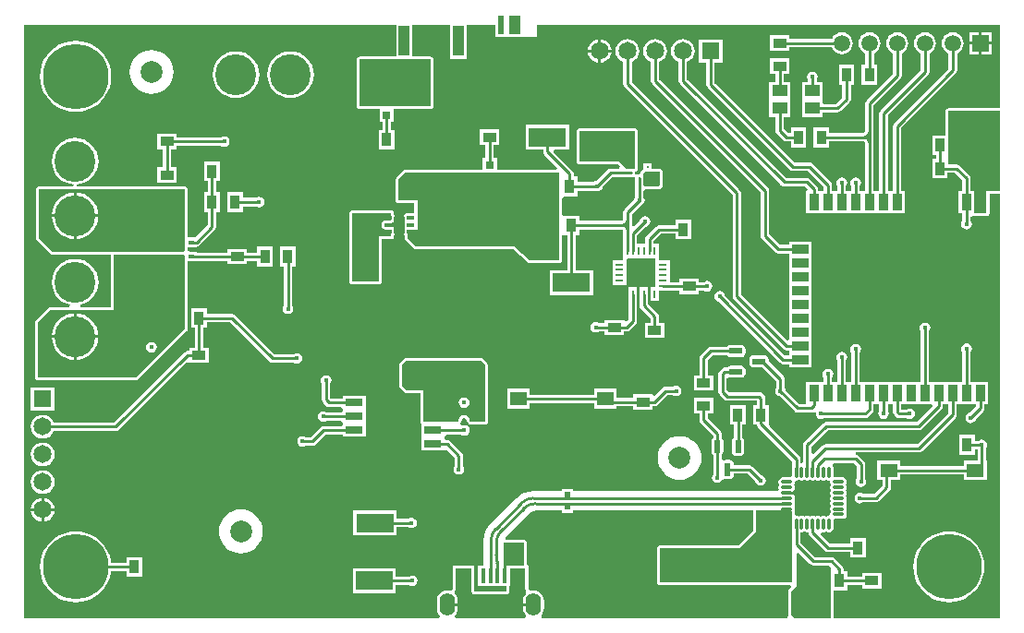
<source format=gbr>
%TF.GenerationSoftware,Altium Limited,Altium Designer,23.5.1 (21)*%
G04 Layer_Physical_Order=1*
G04 Layer_Color=255*
%FSLAX45Y45*%
%MOMM*%
%TF.SameCoordinates,4795B1C9-752B-4E01-904C-9C7CC4A01C22*%
%TF.FilePolarity,Positive*%
%TF.FileFunction,Copper,L1,Top,Signal*%
%TF.Part,Single*%
G01*
G75*
%TA.AperFunction,Conductor*%
%ADD10C,0.28598*%
%ADD11C,0.25400*%
%TA.AperFunction,BGAPad,CuDef*%
%ADD12R,0.90000X0.90000*%
%TA.AperFunction,SMDPad,CuDef*%
%ADD13R,0.90000X1.50000*%
%ADD14R,1.50000X0.90000*%
%ADD15R,0.60000X0.40000*%
%ADD16R,0.10000X0.10000*%
G04:AMPARAMS|DCode=17|XSize=1.23mm|YSize=0.59mm|CornerRadius=0.1475mm|HoleSize=0mm|Usage=FLASHONLY|Rotation=270.000|XOffset=0mm|YOffset=0mm|HoleType=Round|Shape=RoundedRectangle|*
%AMROUNDEDRECTD17*
21,1,1.23000,0.29500,0,0,270.0*
21,1,0.93500,0.59000,0,0,270.0*
1,1,0.29500,-0.14750,-0.46750*
1,1,0.29500,-0.14750,0.46750*
1,1,0.29500,0.14750,0.46750*
1,1,0.29500,0.14750,-0.46750*
%
%ADD17ROUNDEDRECTD17*%
G04:AMPARAMS|DCode=18|XSize=0.69mm|YSize=0.32mm|CornerRadius=0.04mm|HoleSize=0mm|Usage=FLASHONLY|Rotation=180.000|XOffset=0mm|YOffset=0mm|HoleType=Round|Shape=RoundedRectangle|*
%AMROUNDEDRECTD18*
21,1,0.69000,0.24000,0,0,180.0*
21,1,0.61000,0.32000,0,0,180.0*
1,1,0.08000,-0.30500,0.12000*
1,1,0.08000,0.30500,0.12000*
1,1,0.08000,0.30500,-0.12000*
1,1,0.08000,-0.30500,-0.12000*
%
%ADD18ROUNDEDRECTD18*%
%ADD19R,1.00000X1.60000*%
%ADD20R,1.65000X0.65000*%
%ADD21R,0.79000X0.26000*%
%ADD22R,0.26000X0.79000*%
%ADD23R,1.55000X1.30000*%
%ADD24R,0.45000X1.38000*%
%ADD25R,1.47500X2.10000*%
%ADD26R,1.37500X1.90000*%
%ADD27R,0.80000X0.80000*%
%ADD28R,0.60000X1.70000*%
%ADD29R,1.00000X2.80000*%
%TA.AperFunction,FiducialPad,Global*%
%ADD30C,2.00000*%
%TA.AperFunction,SMDPad,CuDef*%
%ADD31R,0.55000X0.50000*%
G04:AMPARAMS|DCode=32|XSize=0.26mm|YSize=0.97mm|CornerRadius=0.065mm|HoleSize=0mm|Usage=FLASHONLY|Rotation=270.000|XOffset=0mm|YOffset=0mm|HoleType=Round|Shape=RoundedRectangle|*
%AMROUNDEDRECTD32*
21,1,0.26000,0.84000,0,0,270.0*
21,1,0.13000,0.97000,0,0,270.0*
1,1,0.13000,-0.42000,-0.06500*
1,1,0.13000,-0.42000,0.06500*
1,1,0.13000,0.42000,0.06500*
1,1,0.13000,0.42000,-0.06500*
%
%ADD32ROUNDEDRECTD32*%
G04:AMPARAMS|DCode=33|XSize=0.26mm|YSize=0.97mm|CornerRadius=0.065mm|HoleSize=0mm|Usage=FLASHONLY|Rotation=0.000|XOffset=0mm|YOffset=0mm|HoleType=Round|Shape=RoundedRectangle|*
%AMROUNDEDRECTD33*
21,1,0.26000,0.84000,0,0,0.0*
21,1,0.13000,0.97000,0,0,0.0*
1,1,0.13000,0.06500,-0.42000*
1,1,0.13000,-0.06500,-0.42000*
1,1,0.13000,-0.06500,0.42000*
1,1,0.13000,0.06500,0.42000*
%
%ADD33ROUNDEDRECTD33*%
%ADD34R,3.15000X3.15000*%
%ADD35R,1.30000X0.90000*%
%ADD36R,0.25000X0.27500*%
%ADD37R,0.27500X0.25000*%
%TA.AperFunction,TestPad*%
%ADD38R,3.42900X1.77800*%
%TA.AperFunction,SMDPad,CuDef*%
%ADD39R,1.39700X1.06680*%
%ADD40R,0.90000X1.30000*%
%ADD41R,0.50000X0.55000*%
G04:AMPARAMS|DCode=42|XSize=1.23mm|YSize=0.59mm|CornerRadius=0.1475mm|HoleSize=0mm|Usage=FLASHONLY|Rotation=0.000|XOffset=0mm|YOffset=0mm|HoleType=Round|Shape=RoundedRectangle|*
%AMROUNDEDRECTD42*
21,1,1.23000,0.29500,0,0,0.0*
21,1,0.93500,0.59000,0,0,0.0*
1,1,0.29500,0.46750,-0.14750*
1,1,0.29500,-0.46750,-0.14750*
1,1,0.29500,-0.46750,0.14750*
1,1,0.29500,0.46750,0.14750*
%
%ADD42ROUNDEDRECTD42*%
%TA.AperFunction,NonConductor*%
%ADD43R,0.50800X1.77800*%
%ADD44R,1.01600X1.77800*%
%TA.AperFunction,ComponentPad*%
%ADD45C,0.46000*%
%ADD46C,1.65000*%
%ADD47R,1.65000X1.65000*%
G04:AMPARAMS|DCode=48|XSize=2.1mm|YSize=1.4mm|CornerRadius=0.7mm|HoleSize=0mm|Usage=FLASHONLY|Rotation=90.000|XOffset=0mm|YOffset=0mm|HoleType=Round|Shape=RoundedRectangle|*
%AMROUNDEDRECTD48*
21,1,2.10000,0.00000,0,0,90.0*
21,1,0.70000,1.40000,0,0,90.0*
1,1,1.40000,0.00000,0.35000*
1,1,1.40000,0.00000,-0.35000*
1,1,1.40000,0.00000,-0.35000*
1,1,1.40000,0.00000,0.35000*
%
%ADD48ROUNDEDRECTD48*%
%ADD49C,6.00000*%
%ADD50C,1.50000*%
%ADD51R,1.50000X1.50000*%
%ADD52C,3.75000*%
%ADD53R,1.65000X1.65000*%
%TA.AperFunction,ViaPad*%
%ADD54C,0.45000*%
G36*
X8969414Y4707118D02*
X8491387Y4707117D01*
X8481476Y4705146D01*
X8473074Y4699532D01*
X8467461Y4691130D01*
X8465489Y4681220D01*
X8465489Y4459200D01*
X8351380D01*
Y4278400D01*
X8382933D01*
Y4243300D01*
X8348674D01*
Y4062500D01*
X8489474D01*
Y4114053D01*
X8556739D01*
X8622553Y4048239D01*
Y3945900D01*
X8591000D01*
Y3745100D01*
X8622553D01*
Y3672980D01*
X8616279Y3663590D01*
X8612562Y3644900D01*
X8616279Y3626210D01*
X8626866Y3610366D01*
X8642710Y3599779D01*
X8661400Y3596062D01*
X8680090Y3599779D01*
X8695934Y3610366D01*
X8706521Y3626210D01*
X8710238Y3644900D01*
X8706521Y3663590D01*
X8700247Y3672980D01*
Y3712813D01*
X8720567Y3722058D01*
X8721889Y3721174D01*
X8731800Y3719203D01*
X8845000Y3719203D01*
X8854911Y3721174D01*
X8863312Y3726788D01*
X8868926Y3735190D01*
X8870898Y3745100D01*
Y3920002D01*
X8969414D01*
Y30586D01*
X7442698D01*
X7442698Y280440D01*
X7566791D01*
Y331993D01*
X7704860D01*
Y301300D01*
X7885660D01*
Y442100D01*
X7704860D01*
Y409687D01*
X7566791D01*
Y461240D01*
X7535237D01*
Y479209D01*
X7532280Y494075D01*
X7523859Y506678D01*
X7451889Y578649D01*
X7439286Y587069D01*
X7424420Y590027D01*
X7270260D01*
X7140547Y719740D01*
Y814956D01*
X7145200Y818775D01*
X7158200D01*
X7170647Y821251D01*
X7176700Y825296D01*
X7182753Y821251D01*
X7195200Y818775D01*
X7208200D01*
X7213153Y814710D01*
Y812500D01*
X7216111Y797634D01*
X7224531Y785031D01*
X7363931Y645631D01*
X7376534Y637211D01*
X7391400Y634253D01*
X7597000D01*
Y582700D01*
X7737800D01*
Y763500D01*
X7597000D01*
Y711947D01*
X7407491D01*
X7326765Y792672D01*
X7329830Y816158D01*
X7335172Y820770D01*
X7345200Y818775D01*
X7358200D01*
X7370647Y821251D01*
X7376700Y825296D01*
X7382753Y821251D01*
X7395200Y818775D01*
X7408200D01*
X7420647Y821251D01*
X7431198Y828301D01*
X7438249Y838853D01*
X7440725Y851300D01*
Y921745D01*
X7445300Y936700D01*
X7460255Y941275D01*
X7530700D01*
X7543147Y943751D01*
X7553699Y950802D01*
X7560749Y961353D01*
X7563225Y973800D01*
Y986800D01*
X7560749Y999247D01*
X7556704Y1005300D01*
X7560749Y1011353D01*
X7563225Y1023800D01*
Y1036800D01*
X7560749Y1049247D01*
X7556704Y1055300D01*
X7560749Y1061353D01*
X7563225Y1073800D01*
Y1086800D01*
X7560749Y1099247D01*
X7556704Y1105300D01*
X7560749Y1111353D01*
X7563225Y1123800D01*
Y1136800D01*
X7560749Y1149247D01*
X7556704Y1155300D01*
X7560749Y1161353D01*
X7563225Y1173800D01*
Y1186800D01*
X7560749Y1199247D01*
X7556704Y1205300D01*
X7560749Y1211353D01*
X7563225Y1223800D01*
Y1236800D01*
X7560749Y1249247D01*
X7556704Y1255300D01*
X7560749Y1261353D01*
X7563225Y1273800D01*
Y1286800D01*
X7560749Y1299247D01*
X7553699Y1309798D01*
X7543147Y1316849D01*
X7530700Y1319325D01*
X7460255D01*
X7445300Y1323900D01*
X7440725Y1338855D01*
Y1409300D01*
X7438249Y1421747D01*
X7432300Y1430650D01*
X7434202Y1438797D01*
X7439829Y1450970D01*
X7629873D01*
X7656754Y1424089D01*
Y1312819D01*
X7649118Y1301390D01*
X7645400Y1282700D01*
X7649118Y1264010D01*
X7659705Y1248166D01*
X7675549Y1237579D01*
X7694238Y1233862D01*
X7712928Y1237579D01*
X7728772Y1248166D01*
X7739359Y1264010D01*
X7743077Y1282700D01*
X7739359Y1301390D01*
X7734447Y1308741D01*
Y1440180D01*
X7731490Y1455046D01*
X7723069Y1467649D01*
X7673432Y1517286D01*
X7660830Y1525706D01*
X7645964Y1528663D01*
X7646761Y1548653D01*
X8227060D01*
X8241926Y1551611D01*
X8254529Y1560031D01*
X8561869Y1867371D01*
X8570289Y1879974D01*
X8573247Y1894840D01*
Y1995100D01*
X8749553D01*
Y1971891D01*
X8691887Y1914224D01*
X8680810Y1912021D01*
X8664966Y1901434D01*
X8654379Y1885590D01*
X8650662Y1866900D01*
X8654379Y1848210D01*
X8664966Y1832366D01*
X8680810Y1821779D01*
X8699500Y1818062D01*
X8718190Y1821779D01*
X8734034Y1832366D01*
X8744621Y1848210D01*
X8746824Y1859287D01*
X8815869Y1928331D01*
X8824289Y1940934D01*
X8827247Y1955800D01*
Y1995100D01*
X8858800D01*
Y2195900D01*
X8700247D01*
Y2473820D01*
X8706521Y2483210D01*
X8710238Y2501900D01*
X8706521Y2520590D01*
X8695934Y2536434D01*
X8680090Y2547021D01*
X8661400Y2550738D01*
X8642710Y2547021D01*
X8626866Y2536434D01*
X8616279Y2520590D01*
X8612562Y2501900D01*
X8616279Y2483210D01*
X8622553Y2473820D01*
Y2195900D01*
X8319247D01*
Y2664320D01*
X8325521Y2673710D01*
X8329238Y2692400D01*
X8325521Y2711090D01*
X8314934Y2726934D01*
X8299090Y2737521D01*
X8280400Y2741238D01*
X8261710Y2737521D01*
X8245866Y2726934D01*
X8235279Y2711090D01*
X8231562Y2692400D01*
X8235279Y2673710D01*
X8241553Y2664320D01*
Y2195900D01*
X7684247D01*
Y2468740D01*
X7690521Y2478130D01*
X7694238Y2496820D01*
X7690521Y2515510D01*
X7679934Y2531354D01*
X7664090Y2541941D01*
X7645400Y2545658D01*
X7626710Y2541941D01*
X7610866Y2531354D01*
X7600279Y2515510D01*
X7596562Y2496820D01*
X7600279Y2478130D01*
X7606553Y2468740D01*
Y2195900D01*
X7557247D01*
Y2395080D01*
X7563521Y2404470D01*
X7567238Y2423160D01*
X7563521Y2441850D01*
X7552934Y2457694D01*
X7537090Y2468281D01*
X7518400Y2471998D01*
X7499710Y2468281D01*
X7483866Y2457694D01*
X7473279Y2441850D01*
X7469562Y2423160D01*
X7473279Y2404470D01*
X7479553Y2395080D01*
Y2195900D01*
X7430247D01*
Y2240140D01*
X7436521Y2249530D01*
X7440238Y2268220D01*
X7436521Y2286910D01*
X7425934Y2302754D01*
X7410090Y2313341D01*
X7391400Y2317058D01*
X7372710Y2313341D01*
X7356866Y2302754D01*
X7346279Y2286910D01*
X7342562Y2268220D01*
X7346279Y2249530D01*
X7352553Y2240140D01*
Y2195900D01*
X7194000D01*
Y1995100D01*
X7173868Y1994647D01*
X7130631D01*
X7004384Y2120893D01*
X7002181Y2131970D01*
X6995907Y2141360D01*
Y2222500D01*
X6992949Y2237366D01*
X6984529Y2249969D01*
X6848487Y2386010D01*
Y2399650D01*
X6845371Y2415316D01*
X6836497Y2428596D01*
X6823216Y2437470D01*
X6807550Y2440586D01*
X6714050D01*
X6698384Y2437470D01*
X6685103Y2428596D01*
X6676229Y2415316D01*
X6673113Y2399650D01*
Y2370150D01*
X6676229Y2354484D01*
X6685103Y2341204D01*
X6698384Y2332330D01*
X6714050Y2329214D01*
X6795409D01*
X6918213Y2206409D01*
Y2141360D01*
X6911939Y2131970D01*
X6908222Y2113280D01*
X6911939Y2094590D01*
X6922526Y2078746D01*
X6938370Y2068159D01*
X6949447Y2065956D01*
X7087071Y1928331D01*
X7099674Y1919911D01*
X7114540Y1916953D01*
X7239000D01*
X7253866Y1919911D01*
X7262450Y1925646D01*
X7274848Y1919963D01*
X7280846Y1913972D01*
X7279062Y1905000D01*
X7282779Y1886310D01*
X7293366Y1870466D01*
X7309210Y1859879D01*
X7327900Y1856162D01*
X7346590Y1859879D01*
X7355980Y1866153D01*
X7734300D01*
X7749166Y1869111D01*
X7761769Y1877531D01*
X7799869Y1915631D01*
X7808289Y1928234D01*
X7811247Y1943100D01*
Y1995100D01*
X7862754D01*
Y1933080D01*
X7856479Y1923690D01*
X7852762Y1905000D01*
X7856479Y1886310D01*
X7867066Y1870466D01*
X7882911Y1859879D01*
X7901600Y1856162D01*
X7920290Y1859879D01*
X7936134Y1870466D01*
X7946721Y1886310D01*
X7950439Y1905000D01*
X7946721Y1923690D01*
X7940447Y1933080D01*
Y1995100D01*
X7987553D01*
Y1919879D01*
X7990511Y1905013D01*
X7998931Y1892410D01*
X8013810Y1877531D01*
X8026413Y1869111D01*
X8041279Y1866153D01*
X8112620D01*
X8122010Y1859879D01*
X8140700Y1856162D01*
X8159389Y1859879D01*
X8175234Y1870466D01*
X8185821Y1886310D01*
X8189538Y1905000D01*
X8185821Y1923690D01*
X8175234Y1939534D01*
X8159389Y1950121D01*
X8140700Y1953838D01*
X8122010Y1950121D01*
X8112620Y1943847D01*
X8065247D01*
Y1995100D01*
X8345246D01*
X8353663Y1974780D01*
X8208007Y1829124D01*
X7375737D01*
X7360871Y1826167D01*
X7348269Y1817746D01*
X7174232Y1643709D01*
X7165811Y1631106D01*
X7162854Y1616240D01*
Y1460587D01*
X7151699Y1453580D01*
X7140547Y1460585D01*
Y1486900D01*
X7137589Y1501766D01*
X7129169Y1514369D01*
X6857655Y1785883D01*
X6847980Y1802011D01*
X6847980D01*
X6847980Y1802011D01*
Y1982810D01*
X6816427D01*
Y2046380D01*
X6813469Y2061246D01*
X6805049Y2073849D01*
X6788949Y2089949D01*
X6776346Y2098369D01*
X6761480Y2101327D01*
X6485471D01*
X6465047Y2121751D01*
Y2227148D01*
X6485367Y2238009D01*
X6486384Y2237330D01*
X6502050Y2234213D01*
X6595550D01*
X6611216Y2237330D01*
X6624497Y2246204D01*
X6633371Y2259484D01*
X6636487Y2275150D01*
Y2304650D01*
X6633371Y2320316D01*
X6624497Y2333596D01*
X6611216Y2342470D01*
X6595550Y2345586D01*
X6502050D01*
X6486384Y2342470D01*
X6473103Y2333596D01*
X6469863Y2328746D01*
X6444979D01*
X6430113Y2325789D01*
X6417510Y2317368D01*
X6398731Y2298590D01*
X6390311Y2285987D01*
X6387353Y2271121D01*
Y2105660D01*
X6390311Y2090794D01*
X6398731Y2078191D01*
X6441911Y2035011D01*
X6454514Y2026591D01*
X6469380Y2023633D01*
X6738734D01*
Y1982810D01*
X6707180D01*
Y1802011D01*
X6740526D01*
X6741691Y1796154D01*
X6750111Y1783551D01*
X7062854Y1470809D01*
Y1410197D01*
X7062675Y1409300D01*
Y1338855D01*
X7058100Y1323900D01*
X7043145Y1319325D01*
X6972700D01*
X6960253Y1316849D01*
X6949701Y1309798D01*
X6942651Y1299247D01*
X6940175Y1286800D01*
Y1273800D01*
X6942651Y1261353D01*
X6946696Y1255300D01*
X6942651Y1249247D01*
X6940175Y1236800D01*
Y1223800D01*
X6941778Y1215740D01*
X6933869Y1201208D01*
X6928858Y1195420D01*
X5054200D01*
Y1211140D01*
X4953400D01*
Y1195420D01*
X4694430D01*
Y1195934D01*
X4650834Y1191640D01*
X4608914Y1178924D01*
X4570280Y1158274D01*
X4536633Y1130660D01*
X4536926Y1130366D01*
X4536919Y1130258D01*
X4303577Y896916D01*
X4303468Y896909D01*
X4303175Y897202D01*
X4275561Y863555D01*
X4254911Y824921D01*
X4242195Y783001D01*
X4237901Y739405D01*
X4238415D01*
Y512800D01*
X4187550D01*
Y324000D01*
X4447550D01*
Y272800D01*
X4153350D01*
Y512800D01*
X3955050D01*
Y292110D01*
X3934730Y278532D01*
X3930355Y280345D01*
X3905450Y283623D01*
X3880546Y280345D01*
X3857338Y270732D01*
X3837410Y255440D01*
X3822119Y235512D01*
X3812506Y212305D01*
X3809227Y187400D01*
Y117400D01*
X3812506Y92495D01*
X3822119Y69288D01*
X3836223Y50906D01*
X3834951Y44181D01*
X3828497Y30586D01*
X30586D01*
Y5469413D01*
X3435300D01*
Y5181342D01*
X3098800D01*
X3088889Y5179371D01*
X3080488Y5173757D01*
X3074874Y5165355D01*
X3072902Y5155445D01*
Y4724400D01*
X3074874Y4714489D01*
X3080488Y4706088D01*
X3088889Y4700474D01*
X3098800Y4698502D01*
X3284000D01*
Y4579400D01*
X3310553D01*
Y4510000D01*
X3279000D01*
Y4329200D01*
X3419800D01*
Y4510000D01*
X3388246D01*
Y4579400D01*
X3414800D01*
Y4698502D01*
X3751100D01*
X3761011Y4700474D01*
X3769412Y4706088D01*
X3775026Y4714489D01*
X3776998Y4724400D01*
Y5155445D01*
X3775026Y5165355D01*
X3769412Y5173757D01*
X3761011Y5179371D01*
X3751100Y5181342D01*
X3586100D01*
Y5469413D01*
X3930300D01*
Y5160700D01*
X4081100D01*
Y5469413D01*
X4343106D01*
Y5384800D01*
X4343400Y5383324D01*
Y5359400D01*
X4366502D01*
X4369004Y5358902D01*
X4419804D01*
X4422306Y5359400D01*
X4468102D01*
X4470604Y5358902D01*
X4572204D01*
X4574706Y5359400D01*
X4724400D01*
Y5469413D01*
X8969414D01*
Y4707118D01*
D02*
G37*
G36*
X3751100Y4724400D02*
X3098800D01*
Y5155445D01*
X3751100D01*
Y4724400D01*
D02*
G37*
G36*
X8969414Y3945900D02*
X8845000D01*
Y3745100D01*
X8821802D01*
X8731800Y3745100D01*
Y3945900D01*
X8700247D01*
Y4064329D01*
X8697289Y4079195D01*
X8688869Y4091798D01*
X8600298Y4180369D01*
X8587695Y4188789D01*
X8572829Y4191747D01*
X8491386D01*
Y4278400D01*
X8492180D01*
Y4459200D01*
X8491387D01*
X8491387Y4681220D01*
X8969414Y4681220D01*
Y3945900D01*
D02*
G37*
G36*
X8495553Y1910931D02*
X8210969Y1626347D01*
X7370137D01*
X7355271Y1623389D01*
X7342669Y1614969D01*
X7259320Y1531620D01*
X7240547Y1539396D01*
Y1600149D01*
X7391828Y1751431D01*
X8224097D01*
X8238963Y1754388D01*
X8251566Y1762809D01*
X8434869Y1946111D01*
X8443289Y1958714D01*
X8446247Y1973580D01*
Y1995100D01*
X8495553D01*
Y1910931D01*
D02*
G37*
G36*
X7332753Y1295251D02*
X7345200Y1292775D01*
X7358200D01*
X7370647Y1295251D01*
X7376700Y1299296D01*
X7382753Y1295251D01*
X7394666Y1292881D01*
X7395955Y1292537D01*
X7409631Y1288231D01*
X7414175Y1273800D01*
X7416651Y1261353D01*
X7420696Y1255300D01*
X7416651Y1249247D01*
X7414175Y1236800D01*
Y1223800D01*
X7416651Y1211353D01*
X7420696Y1205300D01*
X7416651Y1199247D01*
X7414175Y1186800D01*
Y1173800D01*
X7416651Y1161353D01*
X7420696Y1155300D01*
X7416651Y1149247D01*
X7414175Y1136800D01*
Y1123800D01*
X7416651Y1111353D01*
X7420696Y1105300D01*
X7416651Y1099247D01*
X7414175Y1086800D01*
Y1073800D01*
X7416651Y1061353D01*
X7420696Y1055300D01*
X7416651Y1049247D01*
X7414175Y1036800D01*
Y1023800D01*
X7416651Y1011353D01*
X7420696Y1005300D01*
X7416651Y999247D01*
X7414175Y986800D01*
X7409631Y972369D01*
X7395955Y968063D01*
X7394666Y967719D01*
X7382753Y965349D01*
X7376700Y961304D01*
X7370647Y965349D01*
X7358200Y967825D01*
X7345200D01*
X7332753Y965349D01*
X7326700Y961304D01*
X7320647Y965349D01*
X7308200Y967825D01*
X7295200D01*
X7282753Y965349D01*
X7276700Y961304D01*
X7270647Y965349D01*
X7258200Y967825D01*
X7245200D01*
X7232753Y965349D01*
X7226700Y961304D01*
X7220647Y965349D01*
X7208200Y967825D01*
X7195200D01*
X7182753Y965349D01*
X7176700Y961304D01*
X7170647Y965349D01*
X7158200Y967825D01*
X7145200D01*
X7132753Y965349D01*
X7126700Y961304D01*
X7120647Y965349D01*
X7108200Y967825D01*
X7093769Y972369D01*
X7089225Y986800D01*
X7087097Y997499D01*
Y1009268D01*
X7086698Y1011276D01*
X7086749Y1011353D01*
X7089225Y1023800D01*
Y1036800D01*
X7086749Y1049247D01*
X7082704Y1055300D01*
X7086749Y1061353D01*
X7089225Y1073800D01*
Y1086800D01*
X7086749Y1099247D01*
X7082704Y1105300D01*
X7086749Y1111353D01*
X7089225Y1123800D01*
Y1136800D01*
X7086749Y1149247D01*
X7079699Y1159799D01*
X7069147Y1166849D01*
X7067504Y1167176D01*
X7063822Y1171974D01*
X7067426Y1190220D01*
X7069067Y1193587D01*
X7070180Y1194441D01*
X7079699Y1200802D01*
X7086749Y1211353D01*
X7089225Y1223800D01*
Y1236800D01*
X7086749Y1249247D01*
X7082704Y1255300D01*
X7086749Y1261353D01*
X7089225Y1273800D01*
X7093769Y1288231D01*
X7107445Y1292537D01*
X7108734Y1292881D01*
X7120647Y1295251D01*
X7126700Y1299296D01*
X7132753Y1295251D01*
X7145200Y1292775D01*
X7158200D01*
X7170647Y1295251D01*
X7176700Y1299296D01*
X7182753Y1295251D01*
X7195200Y1292775D01*
X7208200D01*
X7220647Y1295251D01*
X7226700Y1299296D01*
X7232753Y1295251D01*
X7245200Y1292775D01*
X7258200D01*
X7270647Y1295251D01*
X7276700Y1299296D01*
X7282753Y1295251D01*
X7295200Y1292775D01*
X7308200D01*
X7320647Y1295251D01*
X7326700Y1299296D01*
X7332753Y1295251D01*
D02*
G37*
G36*
X4607900Y724432D02*
X4607899Y546453D01*
X4607899Y512800D01*
X4447550D01*
Y512800D01*
X4429762Y518912D01*
X4427332Y543590D01*
X4426448Y546503D01*
X4422003Y566233D01*
X4421066Y570629D01*
X4423181Y573341D01*
X4420526Y579750D01*
X4419187Y599106D01*
X4419019Y606884D01*
D01*
X4418654Y627052D01*
X4418655Y698823D01*
X4418655Y719143D01*
X4418682Y719150D01*
X4437408Y724432D01*
X4607900Y724432D01*
D02*
G37*
G36*
X7056909Y1013708D02*
X7061199Y1009268D01*
X7061200Y357999D01*
X5854700Y358000D01*
X5854700Y673099D01*
X6578601Y673101D01*
X6731000Y825500D01*
X6730999Y1015180D01*
X7014159D01*
X7031153Y1017418D01*
X7040879Y1021446D01*
X7056909Y1013708D01*
D02*
G37*
G36*
X4619952Y468581D02*
Y292110D01*
X4620450Y289608D01*
Y287057D01*
X4621426Y284701D01*
X4621924Y282199D01*
X4623341Y280078D01*
X4624317Y277722D01*
X4627059Y266445D01*
X4626471Y257421D01*
X4624065Y251081D01*
X4612119Y235512D01*
X4602506Y212305D01*
X4599227Y187400D01*
Y165100D01*
X4695450D01*
Y139700D01*
X4599227D01*
Y117400D01*
X4602506Y92495D01*
X4612119Y69288D01*
X4626223Y50906D01*
X4624951Y44181D01*
X4618497Y30586D01*
X3982404D01*
X3975949Y44181D01*
X3974677Y50906D01*
X3988782Y69288D01*
X3998395Y92495D01*
X4001673Y117400D01*
Y139700D01*
X3905450D01*
Y165100D01*
X4001673D01*
Y187400D01*
X3998395Y212305D01*
X3988782Y235512D01*
X3976836Y251081D01*
X3974430Y257421D01*
X3973842Y266445D01*
X3976583Y277722D01*
X3977559Y280078D01*
X3978977Y282199D01*
X3979474Y284701D01*
X3980450Y287057D01*
Y289608D01*
X3980948Y292110D01*
Y486902D01*
X4122550D01*
Y324000D01*
X4127453D01*
Y272800D01*
X4129424Y262889D01*
X4135038Y254487D01*
X4143440Y248874D01*
X4153350Y246902D01*
X4447550D01*
X4457461Y248874D01*
X4465863Y254487D01*
X4471476Y262889D01*
X4473448Y272800D01*
Y324000D01*
X4478350D01*
Y486902D01*
X4607899D01*
X4619952Y468581D01*
D02*
G37*
G36*
X7226701Y523711D02*
X7239304Y515291D01*
X7254169Y512333D01*
X7399989D01*
X7416801Y495522D01*
X7416800Y30586D01*
X7081414D01*
X7050915Y61085D01*
Y269115D01*
X7101840Y320040D01*
X7101840Y619835D01*
X7122160Y628252D01*
X7226701Y523711D01*
D02*
G37*
G36*
X4714692Y1015180D02*
X4955940D01*
Y996971D01*
X5056740D01*
Y1015180D01*
X6705102D01*
X6705102Y836227D01*
X6567874Y698998D01*
X5854700Y698997D01*
X5844789Y697026D01*
X5836387Y691412D01*
X5830773Y683010D01*
X5828802Y673099D01*
X5828802Y358000D01*
X5830774Y348089D01*
X5836388Y339687D01*
X5844789Y334073D01*
X5854700Y332102D01*
X7048540Y332102D01*
X7056957Y311782D01*
X7032602Y287427D01*
X7026988Y279025D01*
X7025017Y269115D01*
Y61085D01*
X7026988Y51175D01*
X7027168Y50906D01*
X7017049Y30586D01*
X4772403D01*
X4765949Y44181D01*
X4764677Y50906D01*
X4778782Y69288D01*
X4788395Y92495D01*
X4791673Y117400D01*
Y187400D01*
X4788395Y212305D01*
X4778782Y235512D01*
X4763490Y255440D01*
X4743562Y270732D01*
X4720355Y280345D01*
X4695450Y283623D01*
X4670546Y280345D01*
X4666170Y278532D01*
X4645850Y292110D01*
Y512800D01*
X4645850D01*
X4633796Y524854D01*
X4633797Y546453D01*
X4633798Y724432D01*
X4631826Y734342D01*
X4626212Y742744D01*
X4617811Y748358D01*
X4607900Y750329D01*
X4446784Y750330D01*
X4440177Y756416D01*
X4435069Y767392D01*
X4434710Y770008D01*
X4445197Y783674D01*
X4445348Y783790D01*
X4650040Y988481D01*
X4650158Y988636D01*
X4668840Y1002971D01*
X4690957Y1012132D01*
X4714402Y1015218D01*
X4714692Y1015180D01*
D02*
G37*
%LPC*%
G36*
X7519610Y5404786D02*
X7493401Y5401336D01*
X7468977Y5391219D01*
X7448004Y5375126D01*
X7431911Y5354153D01*
X7427029Y5342367D01*
X7039840D01*
Y5374780D01*
X6859040D01*
Y5233980D01*
X7039840D01*
Y5264673D01*
X7427029D01*
X7431911Y5252887D01*
X7448004Y5231914D01*
X7468977Y5215821D01*
X7493401Y5205704D01*
X7519610Y5202254D01*
X7545820Y5205704D01*
X7570243Y5215821D01*
X7591216Y5231914D01*
X7607309Y5252887D01*
X7617426Y5277310D01*
X7620877Y5303520D01*
X7617426Y5329730D01*
X7607309Y5354153D01*
X7591216Y5375126D01*
X7570243Y5391219D01*
X7545820Y5401336D01*
X7519610Y5404786D01*
D02*
G37*
G36*
X8890010Y5403920D02*
X8802312D01*
Y5316220D01*
X8890010D01*
Y5403920D01*
D02*
G37*
G36*
X8776912D02*
X8689210D01*
Y5316220D01*
X8776912D01*
Y5403920D01*
D02*
G37*
G36*
X5313680Y5339559D02*
Y5245100D01*
X5408139D01*
X5406103Y5260568D01*
X5395231Y5286815D01*
X5377935Y5309355D01*
X5355395Y5326651D01*
X5329148Y5337523D01*
X5313680Y5339559D01*
D02*
G37*
G36*
X5288280D02*
X5272812Y5337523D01*
X5246565Y5326651D01*
X5224025Y5309355D01*
X5206729Y5286815D01*
X5195857Y5260568D01*
X5193821Y5245100D01*
X5288280D01*
Y5339559D01*
D02*
G37*
G36*
X8890010Y5290820D02*
X8802312D01*
Y5203120D01*
X8890010D01*
Y5290820D01*
D02*
G37*
G36*
X8776912D02*
X8689210D01*
Y5203120D01*
X8776912D01*
Y5290820D01*
D02*
G37*
G36*
X5408139Y5219700D02*
X5313680D01*
Y5125241D01*
X5329148Y5127277D01*
X5355395Y5138149D01*
X5377935Y5155445D01*
X5395231Y5177985D01*
X5406103Y5204232D01*
X5408139Y5219700D01*
D02*
G37*
G36*
X5288280D02*
X5193821D01*
X5195857Y5204232D01*
X5206729Y5177985D01*
X5224025Y5155445D01*
X5246565Y5138149D01*
X5272812Y5127277D01*
X5288280Y5125241D01*
Y5219700D01*
D02*
G37*
G36*
X7773610Y5404786D02*
X7747401Y5401336D01*
X7722977Y5391219D01*
X7702004Y5375126D01*
X7685911Y5354153D01*
X7675795Y5329730D01*
X7672344Y5303520D01*
X7675795Y5277310D01*
X7685911Y5252887D01*
X7702004Y5231914D01*
X7722977Y5215821D01*
X7734764Y5210939D01*
Y5104360D01*
X7702000D01*
Y4923560D01*
X7842800D01*
Y5104360D01*
X7812457D01*
Y5210939D01*
X7824243Y5215821D01*
X7845216Y5231914D01*
X7861309Y5252887D01*
X7871426Y5277310D01*
X7874877Y5303520D01*
X7871426Y5329730D01*
X7861309Y5354153D01*
X7845216Y5375126D01*
X7824243Y5391219D01*
X7799820Y5401336D01*
X7773610Y5404786D01*
D02*
G37*
G36*
X1193800Y5240328D02*
X1154593Y5236466D01*
X1116893Y5225030D01*
X1082148Y5206459D01*
X1051694Y5181466D01*
X1026701Y5151012D01*
X1008130Y5116267D01*
X996694Y5078567D01*
X992832Y5039360D01*
X996694Y5000153D01*
X1008130Y4962453D01*
X1026701Y4927708D01*
X1051694Y4897254D01*
X1082148Y4872261D01*
X1116893Y4853690D01*
X1154593Y4842254D01*
X1193800Y4838392D01*
X1233007Y4842254D01*
X1270707Y4853690D01*
X1305452Y4872261D01*
X1335906Y4897254D01*
X1360899Y4927708D01*
X1379470Y4962453D01*
X1390906Y5000153D01*
X1394768Y5039360D01*
X1390906Y5078567D01*
X1379470Y5116267D01*
X1360899Y5151012D01*
X1335906Y5181466D01*
X1305452Y5206459D01*
X1270707Y5225030D01*
X1233007Y5236466D01*
X1193800Y5240328D01*
D02*
G37*
G36*
X2468500Y5230430D02*
X2426764Y5226319D01*
X2386633Y5214146D01*
X2349647Y5194376D01*
X2317229Y5167771D01*
X2290624Y5135353D01*
X2270854Y5098368D01*
X2258681Y5058236D01*
X2254570Y5016500D01*
X2258681Y4974764D01*
X2270854Y4934632D01*
X2290624Y4897647D01*
X2317229Y4865229D01*
X2349647Y4838624D01*
X2386633Y4818854D01*
X2426764Y4806681D01*
X2468500Y4802570D01*
X2510236Y4806681D01*
X2550368Y4818854D01*
X2587353Y4838624D01*
X2619771Y4865229D01*
X2646376Y4897647D01*
X2666146Y4934632D01*
X2678320Y4974764D01*
X2682430Y5016500D01*
X2678320Y5058236D01*
X2666146Y5098368D01*
X2646376Y5135353D01*
X2619771Y5167771D01*
X2587353Y5194376D01*
X2550368Y5214146D01*
X2510236Y5226319D01*
X2468500Y5230430D01*
D02*
G37*
G36*
X1968500D02*
X1926764Y5226319D01*
X1886632Y5214146D01*
X1849647Y5194376D01*
X1817229Y5167771D01*
X1790624Y5135353D01*
X1770854Y5098368D01*
X1758681Y5058236D01*
X1754570Y5016500D01*
X1758681Y4974764D01*
X1770854Y4934632D01*
X1790624Y4897647D01*
X1817229Y4865229D01*
X1849647Y4838624D01*
X1886632Y4818854D01*
X1926764Y4806681D01*
X1968500Y4802570D01*
X2010236Y4806681D01*
X2050368Y4818854D01*
X2087353Y4838624D01*
X2119771Y4865229D01*
X2146376Y4897647D01*
X2166146Y4934632D01*
X2178319Y4974764D01*
X2182430Y5016500D01*
X2178319Y5058236D01*
X2166146Y5098368D01*
X2146376Y5135353D01*
X2119771Y5167771D01*
X2087353Y5194376D01*
X2050368Y5214146D01*
X2010236Y5226319D01*
X1968500Y5230430D01*
D02*
G37*
G36*
X7632800Y5104360D02*
X7492000D01*
Y4923560D01*
X7523553D01*
Y4806091D01*
X7464209Y4746746D01*
X7358918D01*
X7344550Y4761115D01*
X7344550Y4786640D01*
X7344550Y4806960D01*
Y4946640D01*
X7293308D01*
X7288942Y4966960D01*
X7294281Y4974950D01*
X7297998Y4993640D01*
X7294281Y5012330D01*
X7283694Y5028174D01*
X7267850Y5038761D01*
X7249160Y5042478D01*
X7230470Y5038761D01*
X7214626Y5028174D01*
X7204039Y5012330D01*
X7200322Y4993640D01*
X7204039Y4974950D01*
X7209378Y4966960D01*
X7204665Y4946640D01*
X7154050D01*
Y4806960D01*
X7154050Y4789160D01*
X7154050Y4768840D01*
Y4629160D01*
X7344550D01*
Y4669053D01*
X7480300D01*
X7495166Y4672010D01*
X7507769Y4680431D01*
X7589868Y4762531D01*
X7598289Y4775134D01*
X7601246Y4790000D01*
Y4923560D01*
X7632800D01*
Y5104360D01*
D02*
G37*
G36*
X500000Y5326406D02*
X448939Y5322387D01*
X399135Y5310431D01*
X351815Y5290830D01*
X308143Y5264068D01*
X269196Y5230804D01*
X235932Y5191857D01*
X209170Y5148185D01*
X189569Y5100865D01*
X177613Y5051061D01*
X173594Y5000000D01*
X177613Y4948939D01*
X189569Y4899135D01*
X209170Y4851815D01*
X235932Y4808143D01*
X269196Y4769196D01*
X308143Y4735932D01*
X351815Y4709170D01*
X399135Y4689569D01*
X448939Y4677612D01*
X500000Y4673594D01*
X551061Y4677612D01*
X600865Y4689569D01*
X648185Y4709170D01*
X691857Y4735932D01*
X730804Y4769196D01*
X764068Y4808143D01*
X790830Y4851815D01*
X810431Y4899135D01*
X822387Y4948939D01*
X826406Y5000000D01*
X822387Y5051061D01*
X810431Y5100865D01*
X790830Y5148185D01*
X764068Y5191857D01*
X730804Y5230804D01*
X691857Y5264068D01*
X648185Y5290830D01*
X600865Y5310431D01*
X551061Y5322387D01*
X500000Y5326406D01*
D02*
G37*
G36*
X1427039Y4471621D02*
X1246239D01*
Y4330821D01*
X1297793D01*
Y4164200D01*
X1246239D01*
Y4023400D01*
X1427039D01*
Y4164200D01*
X1375486D01*
Y4330821D01*
X1427039D01*
Y4362374D01*
X1832831D01*
X1842221Y4356100D01*
X1860910Y4352382D01*
X1879600Y4356100D01*
X1895444Y4366687D01*
X1906031Y4382531D01*
X1909749Y4401221D01*
X1906031Y4419910D01*
X1895444Y4435755D01*
X1879600Y4446342D01*
X1860910Y4450059D01*
X1842221Y4446342D01*
X1832831Y4440067D01*
X1427039D01*
Y4471621D01*
D02*
G37*
G36*
X7039840Y5164780D02*
X6859040D01*
Y5023980D01*
X6910454D01*
Y4946640D01*
X6854050D01*
Y4806960D01*
X6854050Y4789160D01*
X6854050Y4768840D01*
Y4629160D01*
X6910454D01*
Y4501011D01*
X6913411Y4486145D01*
X6921831Y4473542D01*
X6982922Y4412451D01*
X6995525Y4404031D01*
X7010391Y4401073D01*
X7050429D01*
Y4349520D01*
X7191228D01*
Y4530320D01*
X7050429D01*
Y4478767D01*
X7026481D01*
X6988147Y4517101D01*
Y4629160D01*
X7044550D01*
Y4768840D01*
X7044550Y4786640D01*
X7044550Y4806960D01*
Y4946640D01*
X6988147D01*
Y5023980D01*
X7039840D01*
Y5164780D01*
D02*
G37*
G36*
X5020310Y4554220D02*
X4626610D01*
Y4325620D01*
X4784613D01*
Y4307840D01*
X4787571Y4292974D01*
X4795991Y4280371D01*
X4915345Y4161018D01*
X4906928Y4140698D01*
X4358000D01*
Y4252660D01*
X4331243D01*
Y4371200D01*
X4382796D01*
Y4512000D01*
X4201996D01*
Y4371200D01*
X4253550D01*
Y4252660D01*
X4227200D01*
Y4140698D01*
X3517900D01*
X3507989Y4138726D01*
X3499588Y4133112D01*
X3436088Y4069612D01*
X3430474Y4061211D01*
X3428502Y4051300D01*
X3428502Y3860801D01*
X3430473Y3850890D01*
X3436087Y3842488D01*
X3444489Y3836874D01*
X3454399Y3834903D01*
X3604110D01*
Y3748877D01*
X3599600Y3745176D01*
X3538600D01*
X3527129Y3742894D01*
X3517404Y3736396D01*
X3510906Y3726671D01*
X3508624Y3715200D01*
Y3691200D01*
X3510906Y3679729D01*
X3516938Y3670700D01*
X3510906Y3661671D01*
X3508624Y3650200D01*
Y3626200D01*
X3510906Y3614729D01*
X3516938Y3605700D01*
X3510906Y3596671D01*
X3508624Y3585200D01*
Y3561200D01*
X3510906Y3549728D01*
X3516602Y3541203D01*
Y3532800D01*
X3516731Y3532153D01*
X3516635Y3531501D01*
X3517635Y3511595D01*
X3518713Y3507312D01*
X3519574Y3502984D01*
X3519940Y3502436D01*
X3520101Y3501796D01*
X3522735Y3498253D01*
X3525188Y3494582D01*
X3598922Y3420847D01*
X3607324Y3415233D01*
X3617234Y3413262D01*
X4507459D01*
X4643717Y3292423D01*
X4647421Y3290257D01*
X4650990Y3287873D01*
X4651761Y3287720D01*
X4652440Y3287323D01*
X4656691Y3286739D01*
X4660900Y3285902D01*
X4927600D01*
X4937511Y3287873D01*
X4945913Y3293487D01*
X4951527Y3301889D01*
X4953498Y3311799D01*
Y3539027D01*
X4973818Y3542547D01*
X5003914D01*
Y3223260D01*
X4845910D01*
Y2994660D01*
X5239610D01*
Y3223260D01*
X5081607D01*
Y3542547D01*
X5113160D01*
Y3596089D01*
X5511800D01*
Y3595898D01*
X5514885Y3594620D01*
X5516162Y3591536D01*
X5516354D01*
Y3396100D01*
X5516800Y3393855D01*
Y3332820D01*
X5516800Y3331200D01*
X5512889Y3312500D01*
X5418300D01*
Y3185700D01*
Y3085700D01*
X5548100D01*
Y3185700D01*
Y3310880D01*
X5548100Y3312500D01*
X5552011Y3331200D01*
X5808389D01*
X5812300Y3312500D01*
X5812300Y3310880D01*
Y3185700D01*
Y3067000D01*
X5766800D01*
Y2937200D01*
X5843600D01*
Y3035700D01*
X5874955D01*
X5877200Y3035254D01*
X6030349D01*
Y3003700D01*
X6211148D01*
Y3035254D01*
X6256580D01*
X6265970Y3028979D01*
X6284660Y3025262D01*
X6303350Y3028979D01*
X6319194Y3039566D01*
X6329781Y3055410D01*
X6333498Y3074100D01*
X6329781Y3092790D01*
X6319194Y3108634D01*
X6303350Y3119221D01*
X6284660Y3122938D01*
X6265970Y3119221D01*
X6256580Y3112947D01*
X6211148D01*
Y3144500D01*
X6030349D01*
Y3112947D01*
X5942100D01*
Y3185700D01*
Y3312500D01*
X5847511D01*
X5843600Y3331200D01*
X5843600Y3332820D01*
Y3461000D01*
X5794047D01*
Y3489909D01*
X5859391Y3555253D01*
X5996800D01*
Y3503700D01*
X6137600D01*
Y3684500D01*
X5996800D01*
Y3632947D01*
X5843300D01*
X5828434Y3629989D01*
X5815832Y3621569D01*
X5727732Y3533469D01*
X5719311Y3520866D01*
X5716354Y3506000D01*
Y3461000D01*
X5644047D01*
Y3543109D01*
X5722613Y3621676D01*
X5733690Y3623879D01*
X5749534Y3634466D01*
X5760121Y3650310D01*
X5763838Y3669000D01*
X5760121Y3687690D01*
X5749534Y3703534D01*
X5733690Y3714121D01*
X5715000Y3717838D01*
X5696310Y3714121D01*
X5680466Y3703534D01*
X5669879Y3687690D01*
X5667676Y3676613D01*
X5612820Y3621757D01*
X5594047Y3629534D01*
Y3737307D01*
X5671713Y3814973D01*
X5682789Y3817176D01*
X5698634Y3827763D01*
X5709221Y3843608D01*
X5712938Y3862297D01*
X5709221Y3880987D01*
X5702946Y3890377D01*
Y3947293D01*
X5703123Y3947688D01*
X5720700Y3962903D01*
X5840231D01*
X5850142Y3964874D01*
X5858544Y3970488D01*
X5872912Y3984856D01*
X5878526Y3993258D01*
X5880498Y4003169D01*
X5880497Y4127500D01*
X5878525Y4137411D01*
X5872912Y4145812D01*
X5864510Y4151426D01*
X5854599Y4153398D01*
X5779550D01*
Y4202700D01*
X5701250D01*
Y4147213D01*
X5698255Y4145212D01*
X5683887Y4130844D01*
X5678273Y4122442D01*
X5676301Y4112532D01*
X5660033Y4102750D01*
X5626950D01*
Y4127172D01*
X5636011Y4128974D01*
X5644412Y4134588D01*
X5650026Y4142989D01*
X5651998Y4152900D01*
Y4176850D01*
X5652000D01*
Y4255150D01*
X5651998D01*
Y4495800D01*
X5650026Y4505711D01*
X5644412Y4514112D01*
X5636011Y4519726D01*
X5626100Y4521698D01*
X5118100D01*
X5108189Y4519726D01*
X5099788Y4514112D01*
X5094174Y4505711D01*
X5092202Y4495800D01*
Y4221100D01*
X5094174Y4211189D01*
X5099788Y4202788D01*
X5108189Y4197174D01*
X5118100Y4195202D01*
X5462354D01*
X5488064Y4172665D01*
X5480909Y4153647D01*
X5400040D01*
X5385174Y4150689D01*
X5372571Y4142269D01*
X5270507Y4040204D01*
X5259430Y4038001D01*
X5246239Y4029187D01*
X5094520D01*
Y4080740D01*
X5062967D01*
Y4107180D01*
X5060009Y4122046D01*
X5051589Y4134649D01*
X4880937Y4305300D01*
X4889354Y4325620D01*
X5020310D01*
Y4554220D01*
D02*
G37*
G36*
X8535610Y5404786D02*
X8509401Y5401336D01*
X8484977Y5391219D01*
X8464004Y5375126D01*
X8447911Y5354153D01*
X8437795Y5329730D01*
X8434344Y5303520D01*
X8437795Y5277310D01*
X8447911Y5252887D01*
X8464004Y5231914D01*
X8484977Y5215821D01*
X8496764Y5210939D01*
Y5069361D01*
X7998931Y4571529D01*
X7990511Y4558926D01*
X7987553Y4544060D01*
Y3945900D01*
X7940447D01*
Y4642349D01*
X8309079Y5010982D01*
X8317500Y5023584D01*
X8320457Y5038450D01*
Y5210939D01*
X8332243Y5215821D01*
X8353216Y5231914D01*
X8369309Y5252887D01*
X8379426Y5277310D01*
X8382877Y5303520D01*
X8379426Y5329730D01*
X8369309Y5354153D01*
X8353216Y5375126D01*
X8332243Y5391219D01*
X8307820Y5401336D01*
X8281610Y5404786D01*
X8255401Y5401336D01*
X8230977Y5391219D01*
X8210004Y5375126D01*
X8193911Y5354153D01*
X8183795Y5329730D01*
X8180344Y5303520D01*
X8183795Y5277310D01*
X8193911Y5252887D01*
X8210004Y5231914D01*
X8230977Y5215821D01*
X8242764Y5210939D01*
Y5054541D01*
X7874132Y4685909D01*
X7865711Y4673306D01*
X7862754Y4658440D01*
Y3945900D01*
X7811247D01*
Y4392305D01*
Y4487535D01*
Y4736292D01*
X8055079Y4980125D01*
X8063500Y4992727D01*
X8066457Y5007593D01*
Y5210939D01*
X8078243Y5215821D01*
X8099216Y5231914D01*
X8115309Y5252887D01*
X8125426Y5277310D01*
X8128877Y5303520D01*
X8125426Y5329730D01*
X8115309Y5354153D01*
X8099216Y5375126D01*
X8078243Y5391219D01*
X8053820Y5401336D01*
X8027610Y5404786D01*
X8001401Y5401336D01*
X7976977Y5391219D01*
X7956004Y5375126D01*
X7939911Y5354153D01*
X7929795Y5329730D01*
X7926344Y5303520D01*
X7929795Y5277310D01*
X7939911Y5252887D01*
X7956004Y5231914D01*
X7976977Y5215821D01*
X7988764Y5210939D01*
Y5023684D01*
X7744931Y4779852D01*
X7736511Y4767249D01*
X7733553Y4752383D01*
Y4495534D01*
X7724785Y4478767D01*
X7401229D01*
Y4530320D01*
X7260429D01*
Y4349520D01*
X7401229D01*
Y4401073D01*
X7724785D01*
X7733553Y4384306D01*
Y3945900D01*
X7684247D01*
Y3997256D01*
X7690521Y4006647D01*
X7694238Y4025336D01*
X7690521Y4044026D01*
X7679934Y4059870D01*
X7664090Y4070457D01*
X7645400Y4074174D01*
X7626710Y4070457D01*
X7610866Y4059870D01*
X7600279Y4044026D01*
X7596562Y4025336D01*
X7600279Y4006647D01*
X7606553Y3997256D01*
Y3945900D01*
X7557247D01*
Y3997256D01*
X7563521Y4006647D01*
X7567238Y4025336D01*
X7563521Y4044026D01*
X7552934Y4059870D01*
X7537090Y4070457D01*
X7518400Y4074174D01*
X7499710Y4070457D01*
X7483866Y4059870D01*
X7473279Y4044026D01*
X7469562Y4025336D01*
X7473279Y4006647D01*
X7479553Y3997256D01*
Y3945900D01*
X7430247D01*
Y4001866D01*
X7427289Y4016732D01*
X7418869Y4029334D01*
X7250384Y4197819D01*
X7237781Y4206240D01*
X7222915Y4209197D01*
X7086844D01*
X6355827Y4940215D01*
Y5124500D01*
X6424880D01*
Y5340300D01*
X6209080D01*
Y5124500D01*
X6278133D01*
Y4924124D01*
X6281091Y4909258D01*
X6289511Y4896655D01*
X7043285Y4142882D01*
X7055888Y4134461D01*
X7070753Y4131504D01*
X7206825D01*
X7352553Y3985775D01*
Y3945900D01*
X7303247D01*
Y3962400D01*
X7300289Y3977266D01*
X7291869Y3989869D01*
X7225829Y4055909D01*
X7213226Y4064329D01*
X7198360Y4067287D01*
X7008711D01*
X6101827Y4974171D01*
Y5131701D01*
X6117395Y5138149D01*
X6139935Y5155445D01*
X6157231Y5177985D01*
X6168103Y5204232D01*
X6171811Y5232400D01*
X6168103Y5260568D01*
X6157231Y5286815D01*
X6139935Y5309355D01*
X6117395Y5326651D01*
X6091148Y5337523D01*
X6062980Y5341231D01*
X6034812Y5337523D01*
X6008565Y5326651D01*
X5986025Y5309355D01*
X5968729Y5286815D01*
X5957857Y5260568D01*
X5954149Y5232400D01*
X5957857Y5204232D01*
X5968729Y5177985D01*
X5986025Y5155445D01*
X6008565Y5138149D01*
X6024133Y5131701D01*
Y4958080D01*
X6027091Y4943214D01*
X6035511Y4930611D01*
X6965151Y4000971D01*
X6977754Y3992551D01*
X6992620Y3989593D01*
X7182269D01*
X7205643Y3966220D01*
X7197226Y3945900D01*
X7194000D01*
Y3745100D01*
X8096800D01*
Y3945900D01*
X8065247D01*
Y4527969D01*
X8563079Y5025802D01*
X8571500Y5038404D01*
X8574457Y5053270D01*
Y5210939D01*
X8586243Y5215821D01*
X8607216Y5231914D01*
X8623309Y5252887D01*
X8633426Y5277310D01*
X8636877Y5303520D01*
X8633426Y5329730D01*
X8623309Y5354153D01*
X8607216Y5375126D01*
X8586243Y5391219D01*
X8561820Y5401336D01*
X8535610Y5404786D01*
D02*
G37*
G36*
X2029600Y3935900D02*
X1888800D01*
Y3755100D01*
X2029600D01*
Y3806654D01*
X2153720D01*
X2163110Y3800379D01*
X2181800Y3796662D01*
X2200490Y3800379D01*
X2216334Y3810966D01*
X2226921Y3826810D01*
X2230638Y3845500D01*
X2226921Y3864190D01*
X2216334Y3880034D01*
X2200490Y3890621D01*
X2181800Y3894338D01*
X2163110Y3890621D01*
X2153720Y3884347D01*
X2029600D01*
Y3935900D01*
D02*
G37*
G36*
X3372581Y3772398D02*
X3035300D01*
X3025389Y3770426D01*
X3016988Y3764812D01*
X3011374Y3756411D01*
X3009402Y3746500D01*
Y3234088D01*
X3009402Y3120500D01*
X3011373Y3110589D01*
X3016987Y3102187D01*
X3025389Y3096573D01*
X3035300Y3094602D01*
X3276600D01*
X3286510Y3096573D01*
X3294912Y3102187D01*
X3300526Y3110589D01*
X3302497Y3120500D01*
X3302498Y3507608D01*
X3391700D01*
X3401611Y3509579D01*
X3410012Y3515193D01*
X3415626Y3523595D01*
X3417598Y3533506D01*
Y3541203D01*
X3423294Y3549728D01*
X3425576Y3561200D01*
Y3585200D01*
X3423294Y3596671D01*
X3416796Y3606396D01*
X3414367Y3608019D01*
X3410012Y3614536D01*
X3401611Y3620150D01*
X3391700Y3622122D01*
X3337150D01*
X3333233Y3622901D01*
X3332075Y3623674D01*
X3331300Y3624833D01*
X3330521Y3628750D01*
Y3647650D01*
X3331300Y3651567D01*
X3332074Y3652725D01*
X3333233Y3653499D01*
X3337150Y3654278D01*
X3391700D01*
X3401611Y3656250D01*
X3410012Y3661864D01*
X3414367Y3668381D01*
X3416796Y3670004D01*
X3423294Y3679729D01*
X3425576Y3691200D01*
Y3715200D01*
X3423294Y3726671D01*
X3417598Y3735197D01*
Y3743600D01*
X3416986Y3746677D01*
X3416842Y3749809D01*
X3416009Y3751585D01*
X3415626Y3753510D01*
X3413884Y3756118D01*
X3412552Y3758958D01*
X3411102Y3760281D01*
X3410012Y3761912D01*
X3407404Y3763655D01*
X3405087Y3765769D01*
X3403242Y3766436D01*
X3401611Y3767526D01*
X3398534Y3768138D01*
X3395585Y3769204D01*
X3376466Y3772105D01*
X3374505Y3772015D01*
X3372581Y3772398D01*
D02*
G37*
G36*
X495300Y4435030D02*
X453564Y4430920D01*
X413432Y4418746D01*
X376447Y4398976D01*
X344029Y4372371D01*
X317424Y4339953D01*
X297654Y4302968D01*
X285481Y4262836D01*
X281370Y4221100D01*
X285481Y4179364D01*
X297654Y4139233D01*
X317424Y4102247D01*
X344029Y4069829D01*
X376447Y4043224D01*
X413432Y4023454D01*
X453564Y4011281D01*
X480601Y4008618D01*
X479602Y3988298D01*
X165100D01*
X155189Y3986326D01*
X146788Y3980712D01*
X141174Y3972311D01*
X139202Y3962400D01*
Y3514012D01*
X141174Y3504102D01*
X146788Y3495700D01*
X270100Y3372388D01*
X278502Y3366774D01*
X288412Y3364803D01*
X822462D01*
X822462Y2883397D01*
X546765Y2883398D01*
X543751Y2903718D01*
X577168Y2913854D01*
X614153Y2933624D01*
X646571Y2960229D01*
X673176Y2992647D01*
X692946Y3029632D01*
X705119Y3069764D01*
X709230Y3111500D01*
X705119Y3153236D01*
X692946Y3193368D01*
X673176Y3230353D01*
X646571Y3262771D01*
X614153Y3289376D01*
X577168Y3309146D01*
X537036Y3321319D01*
X495300Y3325430D01*
X453564Y3321319D01*
X413432Y3309146D01*
X376447Y3289376D01*
X344029Y3262771D01*
X317424Y3230353D01*
X297654Y3193368D01*
X285481Y3153236D01*
X281370Y3111500D01*
X285481Y3069764D01*
X297654Y3029632D01*
X317424Y2992647D01*
X344029Y2960229D01*
X376447Y2933624D01*
X413432Y2913854D01*
X446849Y2903718D01*
X443835Y2883398D01*
X266700D01*
X256789Y2881426D01*
X248388Y2875812D01*
X134088Y2761512D01*
X128474Y2753111D01*
X126502Y2743200D01*
Y2235200D01*
X128474Y2225289D01*
X134088Y2216888D01*
X142489Y2211274D01*
X152400Y2209302D01*
X1054100D01*
X1064011Y2211274D01*
X1072412Y2216888D01*
X1520423Y2664898D01*
X1526037Y2673300D01*
X1528008Y2683211D01*
Y3235300D01*
X1527698Y3236861D01*
Y3300300D01*
X1612600D01*
Y3306853D01*
X1890800D01*
Y3276460D01*
X2071600D01*
Y3306440D01*
X2163940D01*
Y3256460D01*
X2304740D01*
Y3437260D01*
X2163940D01*
Y3384133D01*
X2071600D01*
Y3417260D01*
X1890800D01*
Y3384546D01*
X1612600D01*
Y3391100D01*
X1543919D01*
X1543217Y3391307D01*
X1539716Y3393424D01*
X1535049Y3397703D01*
X1527698Y3408113D01*
Y3430300D01*
X1612600D01*
Y3438115D01*
X1621126Y3439810D01*
X1633729Y3448231D01*
X1774270Y3588772D01*
X1782690Y3601375D01*
X1785647Y3616241D01*
Y3755100D01*
X1819600D01*
Y3935900D01*
X1785647D01*
Y4037100D01*
X1819600D01*
Y4217900D01*
X1678800D01*
Y4037100D01*
X1707954D01*
Y3935900D01*
X1678800D01*
Y3755100D01*
X1707954D01*
Y3632332D01*
X1596723Y3521100D01*
X1527698D01*
Y3962400D01*
X1525726Y3972311D01*
X1520113Y3980712D01*
X1511711Y3986326D01*
X1501800Y3988298D01*
X510998D01*
X509999Y4008618D01*
X537036Y4011281D01*
X577168Y4023454D01*
X614153Y4043224D01*
X646571Y4069829D01*
X673176Y4102247D01*
X692946Y4139233D01*
X705119Y4179364D01*
X709230Y4221100D01*
X705119Y4262836D01*
X692946Y4302968D01*
X673176Y4339953D01*
X646571Y4372371D01*
X614153Y4398976D01*
X577168Y4418746D01*
X537036Y4430920D01*
X495300Y4435030D01*
D02*
G37*
G36*
X2514740Y3437260D02*
X2373940D01*
Y3256460D01*
X2407173D01*
Y2895740D01*
X2400899Y2886350D01*
X2397182Y2867660D01*
X2400899Y2848970D01*
X2411486Y2833126D01*
X2427330Y2822539D01*
X2446020Y2818822D01*
X2464710Y2822539D01*
X2480554Y2833126D01*
X2491141Y2848970D01*
X2494858Y2867660D01*
X2491141Y2886350D01*
X2484867Y2895740D01*
Y3256460D01*
X2514740D01*
Y3437260D01*
D02*
G37*
G36*
X5643600Y3067000D02*
X5566800D01*
Y3004345D01*
X5566354Y3002100D01*
Y2771191D01*
X5546320Y2751157D01*
X5526000Y2759574D01*
Y2766200D01*
X5345200D01*
Y2736327D01*
X5293021D01*
X5283631Y2742601D01*
X5264941Y2746318D01*
X5246251Y2742601D01*
X5230407Y2732014D01*
X5219820Y2716170D01*
X5216103Y2697480D01*
X5219820Y2678790D01*
X5230407Y2662946D01*
X5246251Y2652359D01*
X5264941Y2648642D01*
X5283631Y2652359D01*
X5293021Y2658633D01*
X5345200D01*
Y2625400D01*
X5526000D01*
Y2658633D01*
X5547580D01*
X5562446Y2661591D01*
X5575049Y2670011D01*
X5632669Y2727631D01*
X5641090Y2740234D01*
X5644047Y2755100D01*
Y3002100D01*
X5643600Y3004345D01*
Y3067000D01*
D02*
G37*
G36*
X5743600D02*
X5666800D01*
Y3004345D01*
X5666354Y3002100D01*
Y2894000D01*
X5669311Y2879134D01*
X5677732Y2866531D01*
X5766354Y2777909D01*
Y2740800D01*
X5713500D01*
Y2600000D01*
X5894300D01*
Y2740800D01*
X5844047D01*
Y2794000D01*
X5841090Y2808866D01*
X5832669Y2821469D01*
X5744047Y2910091D01*
Y3002100D01*
X5743600Y3004345D01*
Y3067000D01*
D02*
G37*
G36*
X5808980Y5341231D02*
X5780812Y5337523D01*
X5754565Y5326651D01*
X5732025Y5309355D01*
X5714729Y5286815D01*
X5703857Y5260568D01*
X5700149Y5232400D01*
X5703857Y5204232D01*
X5714729Y5177985D01*
X5732025Y5155445D01*
X5754565Y5138149D01*
X5770133Y5131701D01*
Y4958080D01*
X5773091Y4943214D01*
X5781511Y4930611D01*
X6776362Y3935760D01*
Y3535291D01*
X6779319Y3520426D01*
X6787740Y3507823D01*
X6908031Y3387531D01*
X6920634Y3379111D01*
X6935500Y3376154D01*
X7039000D01*
Y3217600D01*
Y3090600D01*
Y2963600D01*
Y2836600D01*
Y2709600D01*
Y2582374D01*
X7018680Y2573957D01*
X6594587Y2998051D01*
Y3932250D01*
X6591629Y3947116D01*
X6583209Y3959719D01*
X5595262Y4947666D01*
Y5132295D01*
X5609395Y5138149D01*
X5631935Y5155445D01*
X5649231Y5177985D01*
X5660103Y5204232D01*
X5663811Y5232400D01*
X5660103Y5260568D01*
X5649231Y5286815D01*
X5631935Y5309355D01*
X5609395Y5326651D01*
X5583148Y5337523D01*
X5554980Y5341231D01*
X5526812Y5337523D01*
X5500565Y5326651D01*
X5478025Y5309355D01*
X5460729Y5286815D01*
X5449857Y5260568D01*
X5446149Y5232400D01*
X5449857Y5204232D01*
X5460729Y5177985D01*
X5478025Y5155445D01*
X5500565Y5138149D01*
X5517569Y5131106D01*
Y4931575D01*
X5520526Y4916709D01*
X5528947Y4904107D01*
X6516893Y3916160D01*
Y2981960D01*
X6519851Y2967094D01*
X6528271Y2954491D01*
X6984231Y2498531D01*
X6996834Y2490111D01*
X7011700Y2487154D01*
X7039000D01*
Y2437847D01*
X6998391D01*
X6448124Y2988113D01*
X6445921Y2999190D01*
X6435334Y3015034D01*
X6419490Y3025621D01*
X6400800Y3029338D01*
X6382110Y3025621D01*
X6366266Y3015034D01*
X6355679Y2999190D01*
X6351962Y2980500D01*
X6355679Y2961810D01*
X6366266Y2945966D01*
X6382110Y2935379D01*
X6393187Y2933176D01*
X6954831Y2371531D01*
X6967434Y2363111D01*
X6982300Y2360154D01*
X7039000D01*
Y2328600D01*
X7239800D01*
Y2455600D01*
Y2582600D01*
Y2709600D01*
Y2836600D01*
Y2963600D01*
Y3090600D01*
Y3217600D01*
Y3344600D01*
Y3485400D01*
X7039000D01*
Y3453847D01*
X6951591D01*
X6854055Y3551382D01*
Y3951851D01*
X6851098Y3966717D01*
X6842677Y3979320D01*
X5847827Y4974171D01*
Y5131701D01*
X5863395Y5138149D01*
X5885935Y5155445D01*
X5903231Y5177985D01*
X5914103Y5204232D01*
X5917811Y5232400D01*
X5914103Y5260568D01*
X5903231Y5286815D01*
X5885935Y5309355D01*
X5863395Y5326651D01*
X5837148Y5337523D01*
X5808980Y5341231D01*
D02*
G37*
G36*
X6595550Y2535586D02*
X6502050D01*
X6486384Y2532470D01*
X6473103Y2523596D01*
X6469863Y2518747D01*
X6319950D01*
X6305084Y2515789D01*
X6292481Y2507369D01*
X6225581Y2440469D01*
X6217161Y2427866D01*
X6214203Y2413000D01*
Y2258200D01*
X6162650D01*
Y2117400D01*
X6343450D01*
Y2258200D01*
X6291896D01*
Y2396909D01*
X6336041Y2441054D01*
X6469863D01*
X6473103Y2436204D01*
X6486384Y2427330D01*
X6502050Y2424214D01*
X6595550D01*
X6611216Y2427330D01*
X6624497Y2436204D01*
X6633371Y2449484D01*
X6636487Y2465150D01*
Y2494650D01*
X6633371Y2510316D01*
X6624497Y2523596D01*
X6611216Y2532470D01*
X6595550Y2535586D01*
D02*
G37*
G36*
X1699400Y2871700D02*
X1558600D01*
Y2690900D01*
X1590154D01*
Y2510966D01*
X1538600D01*
Y2480982D01*
X1524596D01*
X1509730Y2478025D01*
X1497128Y2469604D01*
X851520Y1823997D01*
X298349D01*
X291901Y1839566D01*
X274605Y1862105D01*
X252066Y1879401D01*
X225818Y1890273D01*
X197650Y1893981D01*
X169483Y1890273D01*
X143235Y1879401D01*
X120695Y1862105D01*
X103400Y1839566D01*
X92527Y1813318D01*
X88819Y1785150D01*
X92527Y1756983D01*
X103400Y1730735D01*
X120695Y1708195D01*
X143235Y1690900D01*
X169483Y1680027D01*
X197650Y1676319D01*
X225818Y1680027D01*
X252066Y1690900D01*
X274605Y1708195D01*
X291901Y1730735D01*
X298349Y1746304D01*
X867611D01*
X882477Y1749261D01*
X895079Y1757682D01*
X1519827Y2382429D01*
X1538600Y2374653D01*
Y2370166D01*
X1719400D01*
Y2510966D01*
X1667847D01*
Y2690900D01*
X1699400D01*
Y2742453D01*
X1918863D01*
X2275785Y2385531D01*
X2288387Y2377111D01*
X2303253Y2374153D01*
X2499220D01*
X2508610Y2367879D01*
X2527300Y2364162D01*
X2545990Y2367879D01*
X2561834Y2378466D01*
X2572421Y2394310D01*
X2576138Y2413000D01*
X2572421Y2431690D01*
X2561834Y2447534D01*
X2545990Y2458121D01*
X2527300Y2461838D01*
X2508610Y2458121D01*
X2499220Y2451847D01*
X2319344D01*
X1962422Y2808769D01*
X1949819Y2817189D01*
X1934953Y2820147D01*
X1699400D01*
Y2871700D01*
D02*
G37*
G36*
X6002020Y2162118D02*
X5983330Y2158401D01*
X5973940Y2152127D01*
X5904260D01*
X5889394Y2149169D01*
X5876792Y2140749D01*
X5807040Y2070997D01*
X5786720Y2079414D01*
Y2082940D01*
X5605920D01*
Y2051387D01*
X5453060D01*
Y2132080D01*
X5247260D01*
Y2080526D01*
X4658060D01*
Y2132080D01*
X4452260D01*
Y1951280D01*
X4658060D01*
Y2002833D01*
X5247260D01*
Y1951280D01*
X5453060D01*
Y1973694D01*
X5605920D01*
Y1942140D01*
X5786720D01*
Y1973694D01*
X5803520D01*
X5818386Y1976651D01*
X5830989Y1985071D01*
X5920351Y2074433D01*
X5973940D01*
X5983330Y2068159D01*
X6002020Y2064442D01*
X6020710Y2068159D01*
X6036554Y2078746D01*
X6047141Y2094590D01*
X6050858Y2113280D01*
X6047141Y2131970D01*
X6036554Y2147814D01*
X6020710Y2158401D01*
X6002020Y2162118D01*
D02*
G37*
G36*
X305550Y2147050D02*
X89750D01*
Y1931250D01*
X305550D01*
Y2147050D01*
D02*
G37*
G36*
X2794000Y2258638D02*
X2775310Y2254921D01*
X2759466Y2244334D01*
X2748879Y2228490D01*
X2745162Y2209800D01*
X2748879Y2191110D01*
X2755153Y2181720D01*
Y2032000D01*
X2758111Y2017134D01*
X2766531Y2004531D01*
X2791931Y1979131D01*
X2804534Y1970711D01*
X2819400Y1967753D01*
X2929631D01*
X2944000Y1953385D01*
Y1932815D01*
X2929631Y1918447D01*
X2796680D01*
X2787290Y1924721D01*
X2768600Y1928438D01*
X2749910Y1924721D01*
X2734066Y1914134D01*
X2723479Y1898290D01*
X2719762Y1879600D01*
X2723479Y1860910D01*
X2734066Y1845066D01*
X2749910Y1834479D01*
X2768600Y1830762D01*
X2787290Y1834479D01*
X2796680Y1840753D01*
X2929631D01*
X2944000Y1826385D01*
Y1805815D01*
X2929631Y1791447D01*
X2768600D01*
X2753734Y1788489D01*
X2741131Y1780069D01*
X2650909Y1689847D01*
X2606180D01*
X2596790Y1696121D01*
X2578100Y1699838D01*
X2559410Y1696121D01*
X2543566Y1685534D01*
X2532979Y1669690D01*
X2529262Y1651000D01*
X2532979Y1632310D01*
X2543566Y1616466D01*
X2559410Y1605879D01*
X2578100Y1602162D01*
X2596790Y1605879D01*
X2606180Y1612153D01*
X2667000D01*
X2681866Y1615111D01*
X2694469Y1623531D01*
X2784691Y1713753D01*
X2944000D01*
Y1694700D01*
X3159800D01*
Y1801380D01*
X3159800Y1816100D01*
X3159800Y1830820D01*
Y1928380D01*
X3159800Y1943100D01*
X3159800Y1957820D01*
Y2064500D01*
X2944000D01*
Y2045447D01*
X2835491D01*
X2832847Y2048091D01*
Y2181720D01*
X2839121Y2191110D01*
X2842838Y2209800D01*
X2839121Y2228490D01*
X2828534Y2244334D01*
X2812690Y2254921D01*
X2794000Y2258638D01*
D02*
G37*
G36*
X4216400Y2413498D02*
X3526696D01*
X3516785Y2411526D01*
X3508383Y2405912D01*
X3474188Y2371717D01*
X3468574Y2363315D01*
X3466602Y2353404D01*
Y2159000D01*
X3468574Y2149089D01*
X3474188Y2140688D01*
X3512288Y2102588D01*
X3520689Y2096974D01*
X3530600Y2095002D01*
X3657102D01*
X3657102Y1828800D01*
X3659073Y1818889D01*
X3664000Y1810500D01*
X3664000Y1810500D01*
Y1703820D01*
X3664000Y1689100D01*
X3664000Y1674380D01*
Y1567700D01*
X3879800D01*
Y1567700D01*
X3900120Y1575403D01*
X3971813Y1503709D01*
Y1422540D01*
X3965539Y1413150D01*
X3961822Y1394460D01*
X3965539Y1375770D01*
X3976126Y1359926D01*
X3991970Y1349339D01*
X4010660Y1345622D01*
X4029350Y1349339D01*
X4045194Y1359926D01*
X4055781Y1375770D01*
X4059498Y1394460D01*
X4055781Y1413150D01*
X4049507Y1422540D01*
Y1519800D01*
X4046549Y1534666D01*
X4038129Y1547269D01*
X3932329Y1653069D01*
X3919726Y1661489D01*
X3904860Y1664447D01*
X3894168D01*
X3879800Y1678815D01*
Y1699385D01*
X3894168Y1713753D01*
X4033380D01*
X4042770Y1707479D01*
X4061460Y1703762D01*
X4080150Y1707479D01*
X4095994Y1718066D01*
X4106581Y1733910D01*
X4110298Y1752600D01*
X4106581Y1771290D01*
X4095994Y1787134D01*
X4080150Y1797721D01*
X4061460Y1801438D01*
X4042770Y1797721D01*
X4042658Y1797645D01*
X4034149Y1799912D01*
X4026740Y1822915D01*
X4030108Y1827019D01*
X4030714Y1828152D01*
X4031622Y1829060D01*
X4033078Y1832575D01*
X4034871Y1835930D01*
X4034997Y1837209D01*
X4035489Y1838395D01*
X4038201Y1852033D01*
X4043064Y1859310D01*
X4050342Y1864173D01*
X4058927Y1865881D01*
X4067512Y1864173D01*
X4074790Y1859310D01*
X4079653Y1852033D01*
X4082365Y1838396D01*
X4082857Y1837209D01*
X4082983Y1835930D01*
X4084776Y1832575D01*
X4086232Y1829060D01*
X4087141Y1828152D01*
X4087746Y1827019D01*
X4099768Y1812370D01*
X4100761Y1811555D01*
X4101475Y1810487D01*
X4104637Y1808374D01*
X4107579Y1805960D01*
X4108808Y1805587D01*
X4109876Y1804873D01*
X4113608Y1804131D01*
X4117249Y1803027D01*
X4118527Y1803153D01*
X4119787Y1802902D01*
X4254500D01*
X4264410Y1804873D01*
X4272812Y1810487D01*
X4278426Y1818889D01*
X4280397Y1828799D01*
X4280398Y2349499D01*
X4278426Y2359410D01*
X4272812Y2367812D01*
X4272812Y2367813D01*
X4234712Y2405912D01*
X4226311Y2411526D01*
X4216400Y2413498D01*
D02*
G37*
G36*
X6637980Y1982810D02*
X6497180D01*
Y1802011D01*
X6530454D01*
Y1683537D01*
X6525604Y1680297D01*
X6516730Y1667016D01*
X6513614Y1651350D01*
Y1557850D01*
X6516730Y1542184D01*
X6525604Y1528903D01*
X6538884Y1520029D01*
X6554550Y1516913D01*
X6584050D01*
X6599716Y1520029D01*
X6612996Y1528903D01*
X6621870Y1542184D01*
X6624986Y1557850D01*
Y1651350D01*
X6621870Y1667016D01*
X6612996Y1680297D01*
X6608147Y1683537D01*
Y1802011D01*
X6637980D01*
Y1982810D01*
D02*
G37*
G36*
X8736880Y1708380D02*
X8596080D01*
Y1527580D01*
X8736880D01*
Y1579133D01*
X8762253D01*
Y1475600D01*
X8640700D01*
Y1424046D01*
X8051500D01*
Y1475600D01*
X7845700D01*
Y1294800D01*
X7890814D01*
Y1245231D01*
X7814729Y1169147D01*
X7711580D01*
X7702190Y1175421D01*
X7683500Y1179138D01*
X7664810Y1175421D01*
X7648966Y1164834D01*
X7638379Y1148990D01*
X7634662Y1130300D01*
X7638379Y1111610D01*
X7648966Y1095766D01*
X7664810Y1085179D01*
X7683500Y1081462D01*
X7702190Y1085179D01*
X7711580Y1091453D01*
X7830820D01*
X7845686Y1094411D01*
X7858289Y1102831D01*
X7957129Y1201671D01*
X7965549Y1214274D01*
X7968507Y1229140D01*
Y1294800D01*
X8051500D01*
Y1346353D01*
X8640700D01*
Y1294800D01*
X8846500D01*
Y1475600D01*
X8839947D01*
Y1589900D01*
X8846221Y1599290D01*
X8849938Y1617980D01*
X8846221Y1636670D01*
X8835634Y1652514D01*
X8819790Y1663101D01*
X8801100Y1666818D01*
X8782410Y1663101D01*
X8773020Y1656827D01*
X8736880D01*
Y1708380D01*
D02*
G37*
G36*
X197650Y1639981D02*
X169483Y1636273D01*
X143235Y1625401D01*
X120695Y1608105D01*
X103400Y1585566D01*
X92527Y1559318D01*
X88819Y1531150D01*
X92527Y1502983D01*
X103400Y1476735D01*
X120695Y1454195D01*
X143235Y1436900D01*
X169483Y1426027D01*
X197650Y1422319D01*
X225818Y1426027D01*
X252066Y1436900D01*
X274605Y1454195D01*
X291901Y1476735D01*
X302773Y1502983D01*
X306481Y1531150D01*
X302773Y1559318D01*
X291901Y1585566D01*
X274605Y1608105D01*
X252066Y1625401D01*
X225818Y1636273D01*
X197650Y1639981D01*
D02*
G37*
G36*
X6032500Y1699568D02*
X5993293Y1695706D01*
X5955593Y1684270D01*
X5920848Y1665699D01*
X5890394Y1640706D01*
X5865401Y1610252D01*
X5846830Y1575507D01*
X5835394Y1537807D01*
X5831532Y1498600D01*
X5835394Y1459393D01*
X5846830Y1421693D01*
X5865401Y1386948D01*
X5890394Y1356494D01*
X5920848Y1331501D01*
X5955593Y1312930D01*
X5993293Y1301494D01*
X6032500Y1297632D01*
X6071707Y1301494D01*
X6109407Y1312930D01*
X6144152Y1331501D01*
X6174606Y1356494D01*
X6199599Y1386948D01*
X6218170Y1421693D01*
X6229606Y1459393D01*
X6233468Y1498600D01*
X6229606Y1537807D01*
X6218170Y1575507D01*
X6199599Y1610252D01*
X6174606Y1640706D01*
X6144152Y1665699D01*
X6109407Y1684270D01*
X6071707Y1695706D01*
X6032500Y1699568D01*
D02*
G37*
G36*
X6343450Y2048200D02*
X6162650D01*
Y1907400D01*
X6214203D01*
Y1849550D01*
X6217161Y1834684D01*
X6225581Y1822081D01*
X6340453Y1707209D01*
Y1683537D01*
X6335604Y1680297D01*
X6326730Y1667016D01*
X6323613Y1651350D01*
Y1557850D01*
X6326730Y1542184D01*
X6335604Y1528903D01*
X6340453Y1525663D01*
Y1344983D01*
X6334179Y1335593D01*
X6330462Y1316903D01*
X6334179Y1298214D01*
X6344766Y1282370D01*
X6360610Y1271783D01*
X6379300Y1268065D01*
X6397989Y1271783D01*
X6413834Y1282370D01*
X6423673Y1297095D01*
X6424964Y1298488D01*
X6440619Y1306382D01*
X6446969Y1307416D01*
X6459550Y1304913D01*
X6489050D01*
X6504716Y1308029D01*
X6517996Y1316903D01*
X6526870Y1330184D01*
X6529986Y1345850D01*
Y1353753D01*
X6657770D01*
X6726856Y1284667D01*
X6729059Y1273591D01*
X6739646Y1257746D01*
X6755490Y1247159D01*
X6774180Y1243442D01*
X6792870Y1247159D01*
X6808714Y1257746D01*
X6819301Y1273591D01*
X6823018Y1292280D01*
X6819301Y1310970D01*
X6808714Y1326814D01*
X6792870Y1337401D01*
X6781793Y1339604D01*
X6701329Y1420069D01*
X6688726Y1428489D01*
X6673860Y1431446D01*
X6529986D01*
Y1439350D01*
X6526870Y1455016D01*
X6517996Y1468297D01*
X6504716Y1477171D01*
X6489050Y1480287D01*
X6459550D01*
X6443884Y1477171D01*
X6438466Y1473551D01*
X6418146Y1483444D01*
Y1525663D01*
X6422996Y1528903D01*
X6431870Y1542184D01*
X6434986Y1557850D01*
Y1651350D01*
X6431870Y1667016D01*
X6422996Y1680297D01*
X6418146Y1683537D01*
Y1723300D01*
X6415189Y1738166D01*
X6406768Y1750769D01*
X6291896Y1865641D01*
Y1907400D01*
X6343450D01*
Y2048200D01*
D02*
G37*
G36*
X197650Y1385981D02*
X169483Y1382273D01*
X143235Y1371401D01*
X120695Y1354105D01*
X103400Y1331566D01*
X92527Y1305318D01*
X88819Y1277150D01*
X92527Y1248983D01*
X103400Y1222735D01*
X120695Y1200195D01*
X143235Y1182900D01*
X169483Y1172027D01*
X197650Y1168319D01*
X225818Y1172027D01*
X252066Y1182900D01*
X274605Y1200195D01*
X291901Y1222735D01*
X302773Y1248983D01*
X306481Y1277150D01*
X302773Y1305318D01*
X291901Y1331566D01*
X274605Y1354105D01*
X252066Y1371401D01*
X225818Y1382273D01*
X197650Y1385981D01*
D02*
G37*
G36*
X210350Y1130309D02*
Y1035851D01*
X304809D01*
X302773Y1051318D01*
X291901Y1077566D01*
X274605Y1100105D01*
X252066Y1117401D01*
X225818Y1128273D01*
X210350Y1130309D01*
D02*
G37*
G36*
X184950D02*
X169483Y1128273D01*
X143235Y1117401D01*
X120695Y1100105D01*
X103400Y1077566D01*
X92527Y1051318D01*
X90491Y1035851D01*
X184950D01*
Y1130309D01*
D02*
G37*
G36*
X304809Y1010451D02*
X210350D01*
Y915991D01*
X225818Y918027D01*
X252066Y928900D01*
X274605Y946195D01*
X291901Y968735D01*
X302773Y994983D01*
X304809Y1010451D01*
D02*
G37*
G36*
X184950D02*
X90491D01*
X92527Y994983D01*
X103400Y968735D01*
X120695Y946195D01*
X143235Y928900D01*
X169483Y918027D01*
X184950Y915991D01*
Y1010451D01*
D02*
G37*
G36*
X3437163Y1017315D02*
X3043463D01*
Y788715D01*
X3437163D01*
Y864168D01*
X3548222D01*
X3557612Y857894D01*
X3576301Y854177D01*
X3594991Y857894D01*
X3610835Y868481D01*
X3621422Y884325D01*
X3625140Y903015D01*
X3621422Y921705D01*
X3610835Y937549D01*
X3594991Y948136D01*
X3576301Y951853D01*
X3557612Y948136D01*
X3548222Y941861D01*
X3437163D01*
Y1017315D01*
D02*
G37*
G36*
X2013692Y1026468D02*
X1974485Y1022606D01*
X1936785Y1011170D01*
X1902040Y992599D01*
X1871586Y967606D01*
X1846593Y937152D01*
X1828021Y902407D01*
X1816585Y864707D01*
X1812724Y825500D01*
X1816585Y786293D01*
X1828021Y748593D01*
X1846593Y713848D01*
X1871586Y683394D01*
X1902040Y658401D01*
X1936785Y639830D01*
X1974485Y628394D01*
X2013692Y624532D01*
X2052899Y628394D01*
X2090599Y639830D01*
X2125343Y658401D01*
X2155797Y683394D01*
X2180790Y713848D01*
X2199362Y748593D01*
X2210798Y786293D01*
X2214660Y825500D01*
X2210798Y864707D01*
X2199362Y902407D01*
X2180790Y937152D01*
X2155797Y967606D01*
X2125343Y992599D01*
X2090599Y1011170D01*
X2052899Y1022606D01*
X2013692Y1026468D01*
D02*
G37*
G36*
X500000Y826406D02*
X448939Y822387D01*
X399135Y810431D01*
X351815Y790830D01*
X308143Y764068D01*
X269196Y730804D01*
X235932Y691857D01*
X209170Y648185D01*
X189569Y600865D01*
X177613Y551061D01*
X173594Y500000D01*
X177613Y448939D01*
X189569Y399135D01*
X209170Y351815D01*
X235932Y308143D01*
X269196Y269196D01*
X308143Y235932D01*
X351815Y209170D01*
X399135Y189569D01*
X448939Y177613D01*
X500000Y173594D01*
X551061Y177613D01*
X600865Y189569D01*
X648185Y209170D01*
X691857Y235932D01*
X730804Y269196D01*
X764068Y308143D01*
X790830Y351815D01*
X810431Y399135D01*
X822387Y448939D01*
X823349Y461154D01*
X966300D01*
Y409600D01*
X1107100D01*
Y590400D01*
X966300D01*
Y538847D01*
X823349D01*
X822387Y551061D01*
X810431Y600865D01*
X790830Y648185D01*
X764068Y691857D01*
X730804Y730804D01*
X691857Y764068D01*
X648185Y790830D01*
X600865Y810431D01*
X551061Y822387D01*
X500000Y826406D01*
D02*
G37*
G36*
X3434623Y486455D02*
X3040923D01*
Y257855D01*
X3434623D01*
Y333308D01*
X3555132D01*
X3564522Y327034D01*
X3583211Y323317D01*
X3601901Y327034D01*
X3617745Y337621D01*
X3628332Y353465D01*
X3632050Y372155D01*
X3628332Y390845D01*
X3617745Y406689D01*
X3601901Y417276D01*
X3583211Y420993D01*
X3564522Y417276D01*
X3555132Y411001D01*
X3434623D01*
Y486455D01*
D02*
G37*
G36*
X8500000Y826406D02*
X8448939Y822387D01*
X8399135Y810431D01*
X8351815Y790830D01*
X8308143Y764068D01*
X8269196Y730804D01*
X8235932Y691857D01*
X8209170Y648185D01*
X8189569Y600865D01*
X8177613Y551061D01*
X8173594Y500000D01*
X8177613Y448939D01*
X8189569Y399135D01*
X8209170Y351815D01*
X8235932Y308143D01*
X8269196Y269196D01*
X8308143Y235932D01*
X8351815Y209170D01*
X8399135Y189569D01*
X8448939Y177613D01*
X8500000Y173594D01*
X8551061Y177613D01*
X8600865Y189569D01*
X8648185Y209170D01*
X8691857Y235932D01*
X8730804Y269196D01*
X8764068Y308143D01*
X8790830Y351815D01*
X8810431Y399135D01*
X8822387Y448939D01*
X8826406Y500000D01*
X8822387Y551061D01*
X8810431Y600865D01*
X8790830Y648185D01*
X8764068Y691857D01*
X8730804Y730804D01*
X8691857Y764068D01*
X8648185Y790830D01*
X8600865Y810431D01*
X8551061Y822387D01*
X8500000Y826406D01*
D02*
G37*
%LPD*%
G36*
X5626100Y4152900D02*
X5591553D01*
X5587800Y4153647D01*
X5549048D01*
X5472098Y4221100D01*
X5118100D01*
Y4495800D01*
X5626100D01*
Y4152900D01*
D02*
G37*
G36*
X5854600Y4003169D02*
X5840231Y3988800D01*
X5720700D01*
X5702946Y4006553D01*
Y4063600D01*
X5702199Y4067356D01*
X5702199Y4112532D01*
X5716567Y4126900D01*
X5779550D01*
Y4127500D01*
X5854599D01*
X5854600Y4003169D01*
D02*
G37*
G36*
X5625253Y4063600D02*
Y3890377D01*
X5618979Y3880987D01*
X5616776Y3869910D01*
X5527732Y3780866D01*
X5519311Y3768263D01*
X5516354Y3753397D01*
Y3678336D01*
X5516162D01*
X5514885Y3675251D01*
X5511800Y3673974D01*
Y3673782D01*
X5113160D01*
Y3723346D01*
X4972360D01*
Y3723347D01*
X4953498Y3726866D01*
Y3879712D01*
X4973818Y3899940D01*
X5094520D01*
Y3951493D01*
X5253842D01*
X5259430Y3947759D01*
X5278120Y3944042D01*
X5296810Y3947759D01*
X5312654Y3958346D01*
X5323241Y3974190D01*
X5325444Y3985267D01*
X5416131Y4075953D01*
X5587800D01*
X5592559Y4076900D01*
X5609329D01*
X5625253Y4063600D01*
D02*
G37*
G36*
X4927600Y3311799D02*
X4660900D01*
X4517289Y3439160D01*
X3617234D01*
X3543500Y3512894D01*
X3542500Y3532800D01*
X3542500D01*
Y3596224D01*
X3630007D01*
Y3860801D01*
X3454399D01*
X3454400Y4051300D01*
X3517900Y4114800D01*
X4927600D01*
X4927600Y3311799D01*
D02*
G37*
G36*
X3391700Y3743600D02*
Y3680176D01*
X3334600D01*
X3323128Y3677894D01*
X3313404Y3671396D01*
X3306906Y3661671D01*
X3304624Y3650200D01*
Y3626200D01*
X3306906Y3614729D01*
X3313404Y3605004D01*
X3323128Y3598506D01*
X3334600Y3596224D01*
X3391700D01*
Y3533506D01*
X3281107D01*
X3276600Y3538012D01*
X3276600Y3120500D01*
X3035300D01*
X3035300Y3234088D01*
Y3746500D01*
X3372581D01*
X3391700Y3743600D01*
D02*
G37*
G36*
X1501800Y3521100D02*
Y3408113D01*
X1492200Y3391598D01*
Y3390700D01*
X1232200D01*
Y3391597D01*
X1227688Y3390700D01*
X288412D01*
X165100Y3514012D01*
Y3962400D01*
X1501800D01*
Y3521100D01*
D02*
G37*
G36*
X1492200Y3364802D02*
X1501800Y3346982D01*
Y3235300D01*
X1502111D01*
Y2683211D01*
X1054100Y2235200D01*
X152400D01*
Y2743200D01*
X266700Y2857500D01*
X848360Y2857500D01*
X848360Y3364803D01*
X1227688D01*
X1229944Y3365251D01*
X1232200Y3364803D01*
Y3365700D01*
X1492200D01*
Y3364802D01*
D02*
G37*
%LPC*%
G36*
X508000Y3933779D02*
Y3733800D01*
X707979D01*
X705119Y3762836D01*
X692946Y3802968D01*
X673176Y3839953D01*
X646571Y3872371D01*
X614153Y3898976D01*
X577168Y3918746D01*
X537036Y3930919D01*
X508000Y3933779D01*
D02*
G37*
G36*
X482600D02*
X453564Y3930919D01*
X413432Y3918746D01*
X376447Y3898976D01*
X344029Y3872371D01*
X317424Y3839953D01*
X297654Y3802968D01*
X285481Y3762836D01*
X282621Y3733800D01*
X482600D01*
Y3933779D01*
D02*
G37*
G36*
X707979Y3708400D02*
X508000D01*
Y3508421D01*
X537036Y3511281D01*
X577168Y3523454D01*
X614153Y3543224D01*
X646571Y3569829D01*
X673176Y3602247D01*
X692946Y3639232D01*
X705119Y3679364D01*
X707979Y3708400D01*
D02*
G37*
G36*
X482600D02*
X282621D01*
X285481Y3679364D01*
X297654Y3639232D01*
X317424Y3602247D01*
X344029Y3569829D01*
X376447Y3543224D01*
X413432Y3523454D01*
X453564Y3511281D01*
X482600Y3508421D01*
Y3708400D01*
D02*
G37*
G36*
X508000Y2824179D02*
Y2624200D01*
X707979D01*
X705119Y2653236D01*
X692946Y2693367D01*
X673176Y2730353D01*
X646571Y2762771D01*
X614153Y2789376D01*
X577168Y2809146D01*
X537036Y2821319D01*
X508000Y2824179D01*
D02*
G37*
G36*
X482600D02*
X453564Y2821319D01*
X413432Y2809146D01*
X376447Y2789376D01*
X344029Y2762771D01*
X317424Y2730353D01*
X297654Y2693367D01*
X285481Y2653236D01*
X282621Y2624200D01*
X482600D01*
Y2824179D01*
D02*
G37*
G36*
X1193800Y2563438D02*
X1175110Y2559721D01*
X1159266Y2549134D01*
X1148679Y2533290D01*
X1144962Y2514600D01*
X1148679Y2495910D01*
X1159266Y2480066D01*
X1175110Y2469479D01*
X1193800Y2465762D01*
X1212490Y2469479D01*
X1228334Y2480066D01*
X1238921Y2495910D01*
X1242638Y2514600D01*
X1238921Y2533290D01*
X1228334Y2549134D01*
X1212490Y2559721D01*
X1193800Y2563438D01*
D02*
G37*
G36*
X707979Y2598800D02*
X508000D01*
Y2398821D01*
X537036Y2401680D01*
X577168Y2413854D01*
X614153Y2433624D01*
X646571Y2460229D01*
X673176Y2492647D01*
X692946Y2529632D01*
X705119Y2569764D01*
X707979Y2598800D01*
D02*
G37*
G36*
X482600D02*
X282621D01*
X285481Y2569764D01*
X297654Y2529632D01*
X317424Y2492647D01*
X344029Y2460229D01*
X376447Y2433624D01*
X413432Y2413854D01*
X453564Y2401680D01*
X482600Y2398821D01*
Y2598800D01*
D02*
G37*
%LPD*%
G36*
X4254500Y2349500D02*
X4254500Y1828799D01*
X4119787D01*
X4107765Y1843448D01*
X4104048Y1862137D01*
X4093461Y1877982D01*
X4077617Y1888568D01*
X4058927Y1892286D01*
X4040238Y1888568D01*
X4024393Y1877982D01*
X4013806Y1862137D01*
X4010089Y1843448D01*
X3998067Y1828799D01*
X3683000Y1828800D01*
X3683000Y2120900D01*
X3530600D01*
X3492500Y2159000D01*
Y2353404D01*
X3526696Y2387600D01*
X4216400D01*
X4254500Y2349500D01*
D02*
G37*
%LPC*%
G36*
X4059498Y2055438D02*
X4040809Y2051721D01*
X4024965Y2041134D01*
X4014378Y2025290D01*
X4010660Y2006600D01*
X4014378Y1987910D01*
X4024965Y1972066D01*
X4040809Y1961479D01*
X4059498Y1957762D01*
X4078188Y1961479D01*
X4094032Y1972066D01*
X4104619Y1987910D01*
X4108337Y2006600D01*
X4104619Y2025290D01*
X4094032Y2041134D01*
X4078188Y2051721D01*
X4059498Y2055438D01*
D02*
G37*
%LPD*%
D10*
X4355011Y565562D02*
G03*
X4354917Y566007I-153910J-32427D01*
G01*
X4398919Y830219D02*
G03*
X4352994Y719143I111363J-111076D01*
G01*
X4352994Y610216D02*
G03*
X4353099Y604468I157288J13D01*
G01*
X4350006Y850486D02*
G03*
X4304076Y739405I111358J-111081D01*
G01*
X4714692Y1080841D02*
G03*
X4603611Y1034911I0J-157288D01*
G01*
X4694430Y1129759D02*
G03*
X4583348Y1083828I0J-157288D01*
G01*
X4365450Y499994D02*
G03*
X4361997Y532771I-157288J0D01*
G01*
X4354328Y570826D02*
G03*
X4354916Y566007I28579J1044D01*
G01*
X4352994Y610216D02*
X4352994Y719143D01*
X4350006Y850486D02*
X4583348Y1083828D01*
X4304076Y410435D02*
Y739405D01*
X4694430Y1129759D02*
X7014159D01*
X4398919Y830219D02*
X4603611Y1034911D01*
X4355011Y565562D02*
X4361997Y532771D01*
X4714692Y1080841D02*
X7014159D01*
X4365450Y418400D02*
Y499994D01*
X4353099Y604468D02*
X4354328Y570826D01*
D11*
X5511800Y3634936D02*
G03*
X5555200Y3678336I0J43400D01*
G01*
X5512216Y3634934D02*
G03*
X5511800Y3634936I-416J-43398D01*
G01*
X5555200Y3591536D02*
G03*
X5512216Y3634934I-43400J0D01*
G01*
X7724785Y4439920D02*
G03*
X7772400Y4487535I0J47615D01*
G01*
Y4392305D02*
G03*
X7724785Y4439920I-47615J0D01*
G01*
X7327900Y1905000D02*
X7734300D01*
X7518400Y3850461D02*
Y4025336D01*
X1524596Y2442136D02*
X1629000D01*
X197650Y1785150D02*
X867611D01*
X1524596Y2442136D01*
X5024120Y3990340D02*
Y4107180D01*
X4823460Y4307840D02*
Y4439920D01*
Y4307840D02*
X5024120Y4107180D01*
X4430450Y418400D02*
Y630610D01*
X4488180Y688340D01*
X7014700Y1180300D02*
X7201700D01*
X7251700Y1130300D01*
X4555160Y2041680D02*
X5350160D01*
X5379300Y2012540D02*
X5696320D01*
X5803520D01*
X5350160Y2041680D02*
X5379300Y2012540D01*
X7929660Y1229140D02*
Y1366260D01*
X7830820Y1130300D02*
X7929660Y1229140D01*
Y1366260D02*
X7948600Y1385200D01*
X7683500Y1130300D02*
X7830820D01*
X7948600Y1385200D02*
X8748800D01*
X8801100Y1437500D01*
Y1617980D01*
X7254169Y551180D02*
X7424420D01*
X7101700Y703649D02*
X7254169Y551180D01*
X7424420D02*
X7496391Y479209D01*
X2446020Y2867660D02*
Y3345180D01*
X1981200Y3345286D02*
X2234340D01*
X1557200Y3345700D02*
X1980040D01*
X6982300Y2399000D02*
X7139400D01*
X6400800Y2980500D02*
X6982300Y2399000D01*
X7251700Y1367900D02*
Y1469063D01*
X5024120Y3990340D02*
X5280660D01*
X8661400Y2095500D02*
Y2497567D01*
X8666480Y1617980D02*
X8801100D01*
X8421780Y4152900D02*
Y4368800D01*
X6673860Y1392600D02*
X6774180Y1292280D01*
X6474300Y1392600D02*
X6673860D01*
X7101700Y1367300D02*
Y1486900D01*
X6777580Y1811020D02*
X7101700Y1486900D01*
X6777580Y1811020D02*
Y1892410D01*
Y2046380D01*
X6761480Y2062480D02*
X6777580Y2046380D01*
X5435600Y2697480D02*
X5547580D01*
X5042760Y3634936D02*
X5511800D01*
X5042760Y3108960D02*
Y3632947D01*
X5555200Y3591536D02*
Y3678336D01*
Y3396100D02*
Y3591536D01*
X5877200Y3074100D02*
X6120748D01*
X5264941Y2697480D02*
X5435600D01*
X3771900Y1752600D02*
X4061460D01*
X2768600Y1879600D02*
X3051900D01*
X1629000Y2442136D02*
Y2781300D01*
X1934953D01*
X1746801Y4127500D02*
Y4140200D01*
Y3616241D02*
Y4127500D01*
X1606260Y3475700D02*
X1746801Y3616241D01*
X1336639Y4093800D02*
Y4401221D01*
X1860910D01*
X5556415Y4931575D02*
Y5230965D01*
Y4931575D02*
X6555740Y3932250D01*
X6950300Y5303520D02*
X7519610D01*
X7480300Y4707900D02*
X7562400Y4790000D01*
Y5013960D01*
X7773610Y5020370D02*
Y5303520D01*
X8026400Y4544060D02*
X8535610Y5053270D01*
Y5303520D01*
X8281610Y5038450D02*
Y5302190D01*
X7901600Y4658440D02*
X8281610Y5038450D01*
X7772400Y4392305D02*
Y4487535D01*
Y3845500D02*
Y4392305D01*
X7330829Y4439920D02*
X7724785D01*
X7772400Y4752383D02*
X8027610Y5007593D01*
X7772400Y4487535D02*
Y4752383D01*
X8027610Y5007593D02*
Y5303520D01*
X8421780Y4152900D02*
X8572829D01*
X8661400Y4064329D01*
X7010391Y4439920D02*
X7120829D01*
X6949300Y4501011D02*
X7010391Y4439920D01*
X7901600Y3847700D02*
Y4658440D01*
X8026400Y3845500D02*
Y4544060D01*
X8661400Y3845500D02*
Y4064329D01*
X7249160Y4993640D02*
X7249300Y4993500D01*
Y4867900D02*
Y4993500D01*
X6949300Y4867900D02*
Y5097780D01*
Y4501011D02*
Y4707900D01*
X7249300D02*
X7480300D01*
X7645400Y4025336D02*
X7645964Y4025900D01*
X7645400Y3845500D02*
Y4025336D01*
X6949300Y4867900D02*
X6949440Y4868040D01*
X7249300Y4867900D02*
X7249320Y4867920D01*
X6316980Y4924124D02*
X7070753Y4170351D01*
X6316980Y4924124D02*
Y5232400D01*
X7070753Y4170351D02*
X7222915D01*
X6062980Y4958080D02*
X6992620Y4028440D01*
X6062980Y4958080D02*
Y5232400D01*
X6992620Y4028440D02*
X7198360D01*
X5808980Y4958080D02*
X6815209Y3951851D01*
X5808980Y4958080D02*
Y5232400D01*
X6815209Y3535291D02*
Y3951851D01*
X6555740Y2981960D02*
Y3932250D01*
X7222915Y4170351D02*
X7391400Y4001866D01*
X7198360Y4028440D02*
X7264400Y3962400D01*
Y3845500D02*
Y3962400D01*
X7391400Y3845500D02*
Y4001866D01*
X6555740Y2981960D02*
X7011700Y2526000D01*
X6815209Y3535291D02*
X6935500Y3415000D01*
X6379300Y1316903D02*
Y1604600D01*
X6253050Y1849550D02*
X6379300Y1723300D01*
Y1604600D02*
Y1723300D01*
X6253050Y1849550D02*
Y1968500D01*
X5400040Y4114800D02*
X5587800D01*
X5278120Y3992880D02*
X5400040Y4114800D01*
X5555200Y3678336D02*
Y3753397D01*
X5664100Y3862297D01*
Y4063600D01*
X8407400Y1973580D02*
Y2095500D01*
X8224097Y1790277D02*
X8407400Y1973580D01*
X7375737Y1790277D02*
X8224097D01*
X8227060Y1587500D02*
X8534400Y1894840D01*
X7370137Y1587500D02*
X8227060D01*
X8534400Y1894840D02*
Y2095500D01*
X7251700Y1469063D02*
X7370137Y1587500D01*
X7201700Y1616240D02*
X7375737Y1790277D01*
X7201700Y1367300D02*
Y1616240D01*
X7645400Y2095500D02*
Y2496820D01*
X7694238Y1282700D02*
X7695601Y1284062D01*
Y1440180D01*
X7357217Y1489817D02*
X7645964D01*
X7301700Y1367300D02*
Y1434300D01*
X7357217Y1489817D01*
X7645964D02*
X7695601Y1440180D01*
X5904260Y2113280D02*
X6002020D01*
X5803520Y2012540D02*
X5904260Y2113280D01*
X6794660Y2384900D02*
X6957060Y2222500D01*
X6760800Y2384900D02*
X6794660D01*
X6957060Y2113280D02*
Y2222500D01*
X7114540Y1955800D02*
X7239000D01*
X6957060Y2113280D02*
X7114540Y1955800D01*
X7239000D02*
X7264400Y1981200D01*
Y2095500D01*
X1557200Y3475700D02*
X1606260D01*
X1968500Y3845500D02*
X2181800D01*
X3771900Y1625600D02*
X3904860D01*
X4010660Y1519800D01*
Y1394460D02*
Y1519800D01*
X7391400Y2095500D02*
Y2268220D01*
X7518400Y2095500D02*
Y2423160D01*
X6120748Y3074100D02*
X6284660D01*
X3349400Y4419600D02*
Y4644800D01*
X5547580Y2697480D02*
X5605200Y2755100D01*
X6426200Y2105660D02*
X6469380Y2062480D01*
X6426200Y2105660D02*
Y2271121D01*
X6469380Y2062480D02*
X6761480D01*
X6569300Y1604600D02*
Y1883971D01*
X7496391Y370840D02*
X7778300D01*
X7101700Y703649D02*
Y893300D01*
X7496391Y370840D02*
Y479209D01*
X3237773Y372155D02*
X3583211D01*
X6253050Y2197100D02*
Y2413000D01*
X6319950Y2479900D01*
X6548800D01*
X6444979Y2289900D02*
X6548800D01*
X6426200Y2271121D02*
X6444979Y2289900D01*
X2303253Y2413000D02*
X2527300D01*
X1934953Y2781300D02*
X2303253Y2413000D01*
X500000Y500000D02*
X1036700D01*
X3240313Y903015D02*
X3576301D01*
X5705200Y2894000D02*
X5805200Y2794000D01*
X5705200Y2894000D02*
Y3002100D01*
X5805200Y2681000D02*
Y2794000D01*
X7252000Y812500D02*
X7391400Y673100D01*
X7658100D01*
X2578100Y1651000D02*
X2667000D01*
X2768600Y1752600D01*
X3051900D01*
X2794000Y2032000D02*
Y2209800D01*
Y2032000D02*
X2819400Y2006600D01*
X3051900D01*
X8699500Y1866900D02*
X8788400Y1955800D01*
Y2095500D01*
X8026400Y1919879D02*
Y2095500D01*
Y1919879D02*
X8041279Y1905000D01*
X8140700D01*
X7901600D02*
Y2093300D01*
X7899400Y2095500D02*
X7901600Y2093300D01*
X7734300Y1905000D02*
X7772400Y1943100D01*
Y2095500D01*
X8280400D02*
Y2692400D01*
X7252000Y812500D02*
Y893000D01*
X5605200Y3559200D02*
X5715000Y3669000D01*
X7888900Y963000D02*
X7891100Y965200D01*
X8661400Y3644900D02*
Y3845500D01*
X6935500Y3415000D02*
X7139400D01*
X7011700Y2526000D02*
X7139400D01*
X5605200Y3396100D02*
Y3559200D01*
X5755200Y3506000D02*
X5843300Y3594100D01*
X6057900D01*
X5755200Y3396100D02*
Y3506000D01*
X5605200Y2755100D02*
Y3002100D01*
X4292396Y4185920D02*
Y4432300D01*
X4048660Y3571380D02*
X4048760Y3571280D01*
D12*
X8003400Y2980500D02*
D03*
Y3120500D02*
D03*
Y3260500D02*
D03*
X8143400Y2980500D02*
D03*
Y3120500D02*
D03*
Y3260500D02*
D03*
X8283400Y2980500D02*
D03*
Y3120500D02*
D03*
Y3260500D02*
D03*
D13*
X8915400Y2095500D02*
D03*
X8788400D02*
D03*
X8661400D02*
D03*
X8534400D02*
D03*
X8407400D02*
D03*
X8280400D02*
D03*
X8153400D02*
D03*
X8026400D02*
D03*
X7899400D02*
D03*
X7772400D02*
D03*
X7645400D02*
D03*
X7518400D02*
D03*
X7391400D02*
D03*
X7264400D02*
D03*
Y3845500D02*
D03*
X7391400D02*
D03*
X7518400D02*
D03*
X7645400D02*
D03*
X7772400D02*
D03*
X7899400D02*
D03*
X8026400D02*
D03*
X8153400D02*
D03*
X8280400D02*
D03*
X8407400D02*
D03*
X8534400D02*
D03*
X8661400D02*
D03*
X8788400D02*
D03*
X8915400D02*
D03*
D14*
X7139400Y2399000D02*
D03*
Y2526000D02*
D03*
Y2653000D02*
D03*
Y2780000D02*
D03*
Y2907000D02*
D03*
Y3034000D02*
D03*
Y3161000D02*
D03*
Y3288000D02*
D03*
Y3415000D02*
D03*
Y3542000D02*
D03*
D15*
X1557200Y3345700D02*
D03*
Y3280700D02*
D03*
Y3410700D02*
D03*
Y3475700D02*
D03*
D16*
X1262200Y3410700D02*
D03*
Y3345700D02*
D03*
D17*
X6569300Y1604600D02*
D03*
X6379300D02*
D03*
X6474300Y1392600D02*
D03*
D18*
X3569100Y3573200D02*
D03*
Y3638200D02*
D03*
Y3703200D02*
D03*
X3365100D02*
D03*
Y3638200D02*
D03*
Y3573200D02*
D03*
D19*
X3467100Y3638200D02*
D03*
D20*
X3051900Y2006600D02*
D03*
Y1879600D02*
D03*
Y1752600D02*
D03*
Y1625600D02*
D03*
X3771900D02*
D03*
Y1752600D02*
D03*
Y1879600D02*
D03*
Y2006600D02*
D03*
D21*
X5483200Y3324100D02*
D03*
Y3274100D02*
D03*
Y3224100D02*
D03*
Y3174100D02*
D03*
Y3124100D02*
D03*
Y3074100D02*
D03*
X5877200D02*
D03*
Y3124100D02*
D03*
Y3174100D02*
D03*
Y3224100D02*
D03*
Y3274100D02*
D03*
Y3324100D02*
D03*
D22*
X5555200Y3002100D02*
D03*
X5605200D02*
D03*
X5655200D02*
D03*
X5705200D02*
D03*
X5755200D02*
D03*
X5805200D02*
D03*
Y3396100D02*
D03*
X5755200D02*
D03*
X5705200D02*
D03*
X5655200D02*
D03*
X5605200D02*
D03*
X5555200D02*
D03*
D23*
X4555160Y2041680D02*
D03*
Y1591680D02*
D03*
X5350160D02*
D03*
Y2041680D02*
D03*
X7948600Y1385200D02*
D03*
Y935200D02*
D03*
X8743600D02*
D03*
Y1385200D02*
D03*
D24*
X4430450Y418400D02*
D03*
X4300450D02*
D03*
X4365450D02*
D03*
X4235450D02*
D03*
X4170450D02*
D03*
D25*
X4546700Y382400D02*
D03*
X4054200D02*
D03*
D26*
X4394200Y152400D02*
D03*
X4206700D02*
D03*
D27*
X3349400Y4794800D02*
D03*
Y4644800D02*
D03*
X4292600Y4037260D02*
D03*
Y4187260D02*
D03*
D28*
X3820700Y4991100D02*
D03*
X3695700D02*
D03*
D29*
X3510700Y5326100D02*
D03*
X4005700D02*
D03*
D30*
X1193800Y5039360D02*
D03*
X2013692Y825500D02*
D03*
X6032500Y1498600D02*
D03*
D31*
X4661289Y589280D02*
D03*
X4566289D02*
D03*
D32*
X7014700Y1280300D02*
D03*
Y1230300D02*
D03*
Y1180300D02*
D03*
Y1130300D02*
D03*
Y1080300D02*
D03*
Y1030300D02*
D03*
Y980300D02*
D03*
X7488700D02*
D03*
Y1030300D02*
D03*
Y1080300D02*
D03*
Y1130300D02*
D03*
Y1180300D02*
D03*
Y1230300D02*
D03*
Y1280300D02*
D03*
D33*
X7101700Y893300D02*
D03*
X7151700D02*
D03*
X7201700D02*
D03*
X7251700D02*
D03*
X7301700D02*
D03*
X7351700D02*
D03*
X7401700D02*
D03*
Y1367300D02*
D03*
X7351700D02*
D03*
X7301700D02*
D03*
X7251700D02*
D03*
X7201700D02*
D03*
X7151700D02*
D03*
X7101700D02*
D03*
D34*
X7251700Y1130300D02*
D03*
D35*
X6379300Y225200D02*
D03*
Y435200D02*
D03*
X7795260Y371700D02*
D03*
Y161700D02*
D03*
X8569960Y4771840D02*
D03*
Y4561840D02*
D03*
X8869680Y4562260D02*
D03*
Y4772260D02*
D03*
X6120748Y3074100D02*
D03*
Y2864100D02*
D03*
X5530100Y4384239D02*
D03*
Y4594239D02*
D03*
X5803900Y2460400D02*
D03*
Y2670400D02*
D03*
X5302247Y4594239D02*
D03*
Y4384239D02*
D03*
X5435600Y2485800D02*
D03*
Y2695800D02*
D03*
X6642100Y435200D02*
D03*
Y225200D02*
D03*
X6096000D02*
D03*
Y435200D02*
D03*
X3806000Y3355340D02*
D03*
Y3565340D02*
D03*
X4048760Y3561980D02*
D03*
Y3351980D02*
D03*
X3818628Y2282600D02*
D03*
Y2492600D02*
D03*
X4051300D02*
D03*
Y2282600D02*
D03*
X5696320Y2012540D02*
D03*
Y1802540D02*
D03*
X1629000Y2230566D02*
D03*
Y2440566D02*
D03*
X1336639Y4401221D02*
D03*
Y4611221D02*
D03*
X6253050Y2187800D02*
D03*
Y1977800D02*
D03*
X1336639Y3883800D02*
D03*
Y4093800D02*
D03*
X1981200Y3556860D02*
D03*
Y3346860D02*
D03*
X6949440Y5304380D02*
D03*
Y5094380D02*
D03*
X4292396Y4651600D02*
D03*
Y4441600D02*
D03*
D36*
X5614100Y4216000D02*
D03*
X5664100D02*
D03*
X5714100D02*
D03*
Y4063600D02*
D03*
X5664100D02*
D03*
X5614100D02*
D03*
D37*
X5740400Y4164800D02*
D03*
Y4114800D02*
D03*
X5587800D02*
D03*
Y4164800D02*
D03*
D38*
X2623221Y372155D02*
D03*
X3237773D02*
D03*
X3240313Y903015D02*
D03*
X5042760Y3108960D02*
D03*
X4823460Y4439920D02*
D03*
X4469490Y3110589D02*
D03*
D39*
X6949300Y4867900D02*
D03*
Y4707900D02*
D03*
X7249300Y4867900D02*
D03*
Y4707900D02*
D03*
D40*
X8209074Y4152900D02*
D03*
X8419074D02*
D03*
X8666480Y1617980D02*
D03*
X8456480D02*
D03*
X7286391Y139700D02*
D03*
X7496391D02*
D03*
X6277200Y3594100D02*
D03*
X6067200D02*
D03*
X3119120Y3573780D02*
D03*
X2909120D02*
D03*
Y3340100D02*
D03*
X3119120D02*
D03*
X7772400Y5013960D02*
D03*
X7562400D02*
D03*
X8421780Y4368800D02*
D03*
X8631780D02*
D03*
X7877400Y673100D02*
D03*
X7667400D02*
D03*
X1629000Y2781300D02*
D03*
X1419000D02*
D03*
X6567580Y1892410D02*
D03*
X6777580D02*
D03*
X2234340Y3346860D02*
D03*
X2444340D02*
D03*
X4832760Y3632947D02*
D03*
X5042760D02*
D03*
X4814120Y3990340D02*
D03*
X5024120D02*
D03*
X1749200Y3845500D02*
D03*
X1959200D02*
D03*
Y4127500D02*
D03*
X1749200D02*
D03*
X7330829Y4439920D02*
D03*
X7120829D02*
D03*
X1036700Y500000D02*
D03*
X1246700D02*
D03*
X3559400Y4419600D02*
D03*
X3349400D02*
D03*
X7496391Y370840D02*
D03*
X7286391D02*
D03*
D41*
X5003800Y1158240D02*
D03*
Y1253240D02*
D03*
X5006340Y954871D02*
D03*
Y1049871D02*
D03*
D42*
X6548800Y2479900D02*
D03*
Y2289900D02*
D03*
X6760800Y2384900D02*
D03*
D43*
X4394404Y5473700D02*
D03*
D44*
X4521404D02*
D03*
D45*
X7929660Y3049240D02*
D03*
Y3191480D02*
D03*
X8074440Y2907000D02*
D03*
Y3191480D02*
D03*
Y3333720D02*
D03*
Y3051780D02*
D03*
X8211600Y3191480D02*
D03*
X8214140Y2907000D02*
D03*
Y3049240D02*
D03*
Y3333720D02*
D03*
X8356380Y3049240D02*
D03*
Y3191480D02*
D03*
D46*
X197650Y1277150D02*
D03*
Y1531150D02*
D03*
Y1785150D02*
D03*
Y1023150D02*
D03*
X5554980Y5232400D02*
D03*
X5300980D02*
D03*
X5808980D02*
D03*
X6062980D02*
D03*
D47*
X197650Y2039150D02*
D03*
D48*
X4695450Y152400D02*
D03*
X3905450D02*
D03*
D49*
X8500000Y500000D02*
D03*
X500000D02*
D03*
Y5000000D02*
D03*
D50*
X7519610Y5303520D02*
D03*
X7773610D02*
D03*
X8027610D02*
D03*
X8281610D02*
D03*
X8535610D02*
D03*
D51*
X8789610D02*
D03*
D52*
X1968500Y5016500D02*
D03*
X2468500D02*
D03*
X495300Y3111500D02*
D03*
Y2611500D02*
D03*
Y4221100D02*
D03*
Y3721100D02*
D03*
D53*
X6316980Y5232400D02*
D03*
D54*
X2679700Y1879600D02*
D03*
X2895600Y2209800D02*
D03*
X8572500Y3644900D02*
D03*
X8890000Y1617980D02*
D03*
X7287260Y1828800D02*
D03*
X7327900Y1905000D02*
D03*
X7974992Y1852599D02*
D03*
X7594600Y1282700D02*
D03*
X7683500Y1033700D02*
D03*
X6997700Y3644900D02*
D03*
X8201660Y4826000D02*
D03*
X7962900D02*
D03*
Y4084300D02*
D03*
X7835900D02*
D03*
X6883400Y4470400D02*
D03*
X6477000Y4993640D02*
D03*
X6680200Y4470400D02*
D03*
X6426200D02*
D03*
X6146800D02*
D03*
X6197600Y4993640D02*
D03*
X5943600D02*
D03*
X5696310D02*
D03*
X177800Y5359400D02*
D03*
X1778000Y228600D02*
D03*
X5054600Y279400D02*
D03*
X7518400Y4025336D02*
D03*
X7442200Y4084300D02*
D03*
X7707333Y4084592D02*
D03*
X8384166Y2692400D02*
D03*
X8661400Y2590800D02*
D03*
X7251700Y673100D02*
D03*
X7569200Y3073400D02*
D03*
X6379300Y3772398D02*
D03*
X3632200Y2819400D02*
D03*
X2578100Y3804225D02*
D03*
X5054600Y2794000D02*
D03*
X2794000Y2641600D02*
D03*
X4927600Y2268220D02*
D03*
X4059498Y2006600D02*
D03*
X3302000Y1727200D02*
D03*
X3911600Y1394460D02*
D03*
X4058927Y1843448D02*
D03*
X4061460Y1651000D02*
D03*
X4927600Y1475740D02*
D03*
Y1661160D02*
D03*
Y1828800D02*
D03*
X6002020D02*
D03*
X5689600Y1473200D02*
D03*
X6957060D02*
D03*
X7061200Y1661160D02*
D03*
Y1828800D02*
D03*
X7543800Y1683537D02*
D03*
X8229600Y1905000D02*
D03*
X8699500Y1778000D02*
D03*
X7391400Y2362200D02*
D03*
X7518400Y2514600D02*
D03*
X7747000Y2496820D02*
D03*
X6400800Y3074100D02*
D03*
X5715000Y3777794D02*
D03*
X1336639Y4762500D02*
D03*
X2184400Y3937000D02*
D03*
X2794000Y3048000D02*
D03*
X2527300Y2286000D02*
D03*
X1193800Y2514600D02*
D03*
X2032000Y2946400D02*
D03*
X2311400Y2867660D02*
D03*
X2032000Y2413000D02*
D03*
X1524000Y1905000D02*
D03*
X1270000Y2032000D02*
D03*
X889000Y1905000D02*
D03*
X381000D02*
D03*
X889000Y1651000D02*
D03*
X381000D02*
D03*
X889000Y1397000D02*
D03*
X381000D02*
D03*
X7351700Y1033700D02*
D03*
X7251700D02*
D03*
X7151700Y1030300D02*
D03*
X7351700Y1232229D02*
D03*
X7251700D02*
D03*
X7151700D02*
D03*
X8661400Y2501900D02*
D03*
X8801100Y1617980D02*
D03*
X2768600Y1879600D02*
D03*
X8721889Y4533900D02*
D03*
X7249160Y4993640D02*
D03*
X7645400Y4025336D02*
D03*
X6379300Y1316903D02*
D03*
X5278120Y3992880D02*
D03*
X5664100Y3862297D02*
D03*
X1860910Y4401221D02*
D03*
X2446020Y2867660D02*
D03*
X8039100Y1683537D02*
D03*
X7645400Y2496820D02*
D03*
X7694238Y1282700D02*
D03*
X6002020Y2113280D02*
D03*
X6957060D02*
D03*
X4061460Y1752600D02*
D03*
X1754570Y3495700D02*
D03*
Y3415000D02*
D03*
X1559560Y3139440D02*
D03*
X1640840D02*
D03*
X1729740Y3220720D02*
D03*
X2181800Y3845500D02*
D03*
X3672840Y3777794D02*
D03*
Y3909060D02*
D03*
X4010660Y1394460D02*
D03*
X7391400Y2268220D02*
D03*
X7518400Y2423160D02*
D03*
X6385560Y3586480D02*
D03*
X6284660Y3074100D02*
D03*
X6121400Y2758440D02*
D03*
X7287260Y3622040D02*
D03*
X5427980Y2303780D02*
D03*
X5805200D02*
D03*
X3027680Y1475740D02*
D03*
X3583211Y372155D02*
D03*
X8721889Y4640580D02*
D03*
X5264941Y2697480D02*
D03*
X4163060Y599440D02*
D03*
X6774180Y1292280D02*
D03*
X2527300Y2413000D02*
D03*
X3733800Y4413039D02*
D03*
X3576301Y903015D02*
D03*
X7190740Y248920D02*
D03*
X4488180Y688340D02*
D03*
X4569460D02*
D03*
X8384166Y3988800D02*
D03*
X5392420Y3393440D02*
D03*
X3818628Y4840797D02*
D03*
X8722360Y4843780D02*
D03*
X3499588Y4927600D02*
D03*
X3281107D02*
D03*
X3278853Y5105400D02*
D03*
X3238500Y3185700D02*
D03*
X3155949Y3187700D02*
D03*
X3073400D02*
D03*
X3479800Y3804225D02*
D03*
X3390900D02*
D03*
X3568700D02*
D03*
X3529146Y3385820D02*
D03*
X3462020Y3462020D02*
D03*
X3357880Y3461000D02*
D03*
X3644900Y3364803D02*
D03*
X4206240Y3355340D02*
D03*
X4203700Y3233420D02*
D03*
X3802380Y3243580D02*
D03*
X3665220Y3249380D02*
D03*
X4059498Y3238500D02*
D03*
X3942080Y3909060D02*
D03*
X4053840Y3772398D02*
D03*
X3804920Y3774440D02*
D03*
X3934460Y3772398D02*
D03*
X5930900Y609600D02*
D03*
X7638379Y154940D02*
D03*
X1640840Y3220720D02*
D03*
X2133600Y4127500D02*
D03*
X1666240Y3415000D02*
D03*
X6807200Y209170D02*
D03*
X2578100Y1651000D02*
D03*
X2794000Y2209800D02*
D03*
X3655060Y2286000D02*
D03*
X4051300Y2672080D02*
D03*
X8699500Y1866900D02*
D03*
X7683500Y1130300D02*
D03*
X8140700Y1905000D02*
D03*
X7901600D02*
D03*
X6400800Y2980500D02*
D03*
X8280400Y2692400D02*
D03*
X5930900Y444500D02*
D03*
X8930640Y1973580D02*
D03*
X8359140Y1607820D02*
D03*
X5696310Y4279900D02*
D03*
X5156200Y4368800D02*
D03*
X5778400Y4084300D02*
D03*
X5577840Y4006553D02*
D03*
X5689600Y1661160D02*
D03*
X7995920Y673100D02*
D03*
X8661400Y3644900D02*
D03*
X8201660Y3988800D02*
D03*
X5715000Y3669000D02*
D03*
X5974351Y3338526D02*
D03*
X5815832Y2907000D02*
D03*
X4053840Y3910802D02*
D03*
X3522980Y3909060D02*
D03*
X3804920Y3906520D02*
D03*
X4292600Y4838624D02*
D03*
X3931920Y3238500D02*
D03*
%TF.MD5,bdfc385c62b887f9b773218745ef9aa0*%
M02*

</source>
